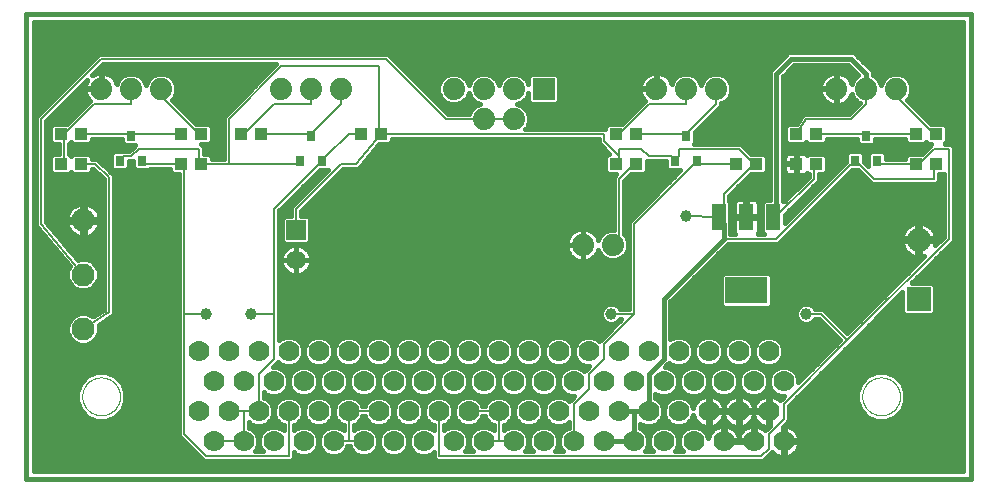
<source format=gtl>
G75*
%MOIN*%
%OFA0B0*%
%FSLAX25Y25*%
%IPPOS*%
%LPD*%
%AMOC8*
5,1,8,0,0,1.08239X$1,22.5*
%
%ADD10C,0.00000*%
%ADD11C,0.01600*%
%ADD12R,0.03150X0.03543*%
%ADD13R,0.04331X0.03937*%
%ADD14C,0.07400*%
%ADD15R,0.04799X0.08799*%
%ADD16R,0.14173X0.08661*%
%ADD17C,0.06500*%
%ADD18R,0.06500X0.06500*%
%ADD19R,0.07400X0.07400*%
%ADD20R,0.08000X0.08000*%
%ADD21C,0.08000*%
%ADD22C,0.07677*%
%ADD23C,0.07000*%
%ADD24C,0.03937*%
%ADD25C,0.00600*%
%ADD26C,0.01200*%
D10*
X0020501Y0029300D02*
X0020503Y0029458D01*
X0020509Y0029616D01*
X0020519Y0029774D01*
X0020533Y0029932D01*
X0020551Y0030089D01*
X0020572Y0030246D01*
X0020598Y0030402D01*
X0020628Y0030558D01*
X0020661Y0030713D01*
X0020699Y0030866D01*
X0020740Y0031019D01*
X0020785Y0031171D01*
X0020834Y0031322D01*
X0020887Y0031471D01*
X0020943Y0031619D01*
X0021003Y0031765D01*
X0021067Y0031910D01*
X0021135Y0032053D01*
X0021206Y0032195D01*
X0021280Y0032335D01*
X0021358Y0032472D01*
X0021440Y0032608D01*
X0021524Y0032742D01*
X0021613Y0032873D01*
X0021704Y0033002D01*
X0021799Y0033129D01*
X0021896Y0033254D01*
X0021997Y0033376D01*
X0022101Y0033495D01*
X0022208Y0033612D01*
X0022318Y0033726D01*
X0022431Y0033837D01*
X0022546Y0033946D01*
X0022664Y0034051D01*
X0022785Y0034153D01*
X0022908Y0034253D01*
X0023034Y0034349D01*
X0023162Y0034442D01*
X0023292Y0034532D01*
X0023425Y0034618D01*
X0023560Y0034702D01*
X0023696Y0034781D01*
X0023835Y0034858D01*
X0023976Y0034930D01*
X0024118Y0035000D01*
X0024262Y0035065D01*
X0024408Y0035127D01*
X0024555Y0035185D01*
X0024704Y0035240D01*
X0024854Y0035291D01*
X0025005Y0035338D01*
X0025157Y0035381D01*
X0025310Y0035420D01*
X0025465Y0035456D01*
X0025620Y0035487D01*
X0025776Y0035515D01*
X0025932Y0035539D01*
X0026089Y0035559D01*
X0026247Y0035575D01*
X0026404Y0035587D01*
X0026563Y0035595D01*
X0026721Y0035599D01*
X0026879Y0035599D01*
X0027037Y0035595D01*
X0027196Y0035587D01*
X0027353Y0035575D01*
X0027511Y0035559D01*
X0027668Y0035539D01*
X0027824Y0035515D01*
X0027980Y0035487D01*
X0028135Y0035456D01*
X0028290Y0035420D01*
X0028443Y0035381D01*
X0028595Y0035338D01*
X0028746Y0035291D01*
X0028896Y0035240D01*
X0029045Y0035185D01*
X0029192Y0035127D01*
X0029338Y0035065D01*
X0029482Y0035000D01*
X0029624Y0034930D01*
X0029765Y0034858D01*
X0029904Y0034781D01*
X0030040Y0034702D01*
X0030175Y0034618D01*
X0030308Y0034532D01*
X0030438Y0034442D01*
X0030566Y0034349D01*
X0030692Y0034253D01*
X0030815Y0034153D01*
X0030936Y0034051D01*
X0031054Y0033946D01*
X0031169Y0033837D01*
X0031282Y0033726D01*
X0031392Y0033612D01*
X0031499Y0033495D01*
X0031603Y0033376D01*
X0031704Y0033254D01*
X0031801Y0033129D01*
X0031896Y0033002D01*
X0031987Y0032873D01*
X0032076Y0032742D01*
X0032160Y0032608D01*
X0032242Y0032472D01*
X0032320Y0032335D01*
X0032394Y0032195D01*
X0032465Y0032053D01*
X0032533Y0031910D01*
X0032597Y0031765D01*
X0032657Y0031619D01*
X0032713Y0031471D01*
X0032766Y0031322D01*
X0032815Y0031171D01*
X0032860Y0031019D01*
X0032901Y0030866D01*
X0032939Y0030713D01*
X0032972Y0030558D01*
X0033002Y0030402D01*
X0033028Y0030246D01*
X0033049Y0030089D01*
X0033067Y0029932D01*
X0033081Y0029774D01*
X0033091Y0029616D01*
X0033097Y0029458D01*
X0033099Y0029300D01*
X0033097Y0029142D01*
X0033091Y0028984D01*
X0033081Y0028826D01*
X0033067Y0028668D01*
X0033049Y0028511D01*
X0033028Y0028354D01*
X0033002Y0028198D01*
X0032972Y0028042D01*
X0032939Y0027887D01*
X0032901Y0027734D01*
X0032860Y0027581D01*
X0032815Y0027429D01*
X0032766Y0027278D01*
X0032713Y0027129D01*
X0032657Y0026981D01*
X0032597Y0026835D01*
X0032533Y0026690D01*
X0032465Y0026547D01*
X0032394Y0026405D01*
X0032320Y0026265D01*
X0032242Y0026128D01*
X0032160Y0025992D01*
X0032076Y0025858D01*
X0031987Y0025727D01*
X0031896Y0025598D01*
X0031801Y0025471D01*
X0031704Y0025346D01*
X0031603Y0025224D01*
X0031499Y0025105D01*
X0031392Y0024988D01*
X0031282Y0024874D01*
X0031169Y0024763D01*
X0031054Y0024654D01*
X0030936Y0024549D01*
X0030815Y0024447D01*
X0030692Y0024347D01*
X0030566Y0024251D01*
X0030438Y0024158D01*
X0030308Y0024068D01*
X0030175Y0023982D01*
X0030040Y0023898D01*
X0029904Y0023819D01*
X0029765Y0023742D01*
X0029624Y0023670D01*
X0029482Y0023600D01*
X0029338Y0023535D01*
X0029192Y0023473D01*
X0029045Y0023415D01*
X0028896Y0023360D01*
X0028746Y0023309D01*
X0028595Y0023262D01*
X0028443Y0023219D01*
X0028290Y0023180D01*
X0028135Y0023144D01*
X0027980Y0023113D01*
X0027824Y0023085D01*
X0027668Y0023061D01*
X0027511Y0023041D01*
X0027353Y0023025D01*
X0027196Y0023013D01*
X0027037Y0023005D01*
X0026879Y0023001D01*
X0026721Y0023001D01*
X0026563Y0023005D01*
X0026404Y0023013D01*
X0026247Y0023025D01*
X0026089Y0023041D01*
X0025932Y0023061D01*
X0025776Y0023085D01*
X0025620Y0023113D01*
X0025465Y0023144D01*
X0025310Y0023180D01*
X0025157Y0023219D01*
X0025005Y0023262D01*
X0024854Y0023309D01*
X0024704Y0023360D01*
X0024555Y0023415D01*
X0024408Y0023473D01*
X0024262Y0023535D01*
X0024118Y0023600D01*
X0023976Y0023670D01*
X0023835Y0023742D01*
X0023696Y0023819D01*
X0023560Y0023898D01*
X0023425Y0023982D01*
X0023292Y0024068D01*
X0023162Y0024158D01*
X0023034Y0024251D01*
X0022908Y0024347D01*
X0022785Y0024447D01*
X0022664Y0024549D01*
X0022546Y0024654D01*
X0022431Y0024763D01*
X0022318Y0024874D01*
X0022208Y0024988D01*
X0022101Y0025105D01*
X0021997Y0025224D01*
X0021896Y0025346D01*
X0021799Y0025471D01*
X0021704Y0025598D01*
X0021613Y0025727D01*
X0021524Y0025858D01*
X0021440Y0025992D01*
X0021358Y0026128D01*
X0021280Y0026265D01*
X0021206Y0026405D01*
X0021135Y0026547D01*
X0021067Y0026690D01*
X0021003Y0026835D01*
X0020943Y0026981D01*
X0020887Y0027129D01*
X0020834Y0027278D01*
X0020785Y0027429D01*
X0020740Y0027581D01*
X0020699Y0027734D01*
X0020661Y0027887D01*
X0020628Y0028042D01*
X0020598Y0028198D01*
X0020572Y0028354D01*
X0020551Y0028511D01*
X0020533Y0028668D01*
X0020519Y0028826D01*
X0020509Y0028984D01*
X0020503Y0029142D01*
X0020501Y0029300D01*
X0280501Y0029300D02*
X0280503Y0029458D01*
X0280509Y0029616D01*
X0280519Y0029774D01*
X0280533Y0029932D01*
X0280551Y0030089D01*
X0280572Y0030246D01*
X0280598Y0030402D01*
X0280628Y0030558D01*
X0280661Y0030713D01*
X0280699Y0030866D01*
X0280740Y0031019D01*
X0280785Y0031171D01*
X0280834Y0031322D01*
X0280887Y0031471D01*
X0280943Y0031619D01*
X0281003Y0031765D01*
X0281067Y0031910D01*
X0281135Y0032053D01*
X0281206Y0032195D01*
X0281280Y0032335D01*
X0281358Y0032472D01*
X0281440Y0032608D01*
X0281524Y0032742D01*
X0281613Y0032873D01*
X0281704Y0033002D01*
X0281799Y0033129D01*
X0281896Y0033254D01*
X0281997Y0033376D01*
X0282101Y0033495D01*
X0282208Y0033612D01*
X0282318Y0033726D01*
X0282431Y0033837D01*
X0282546Y0033946D01*
X0282664Y0034051D01*
X0282785Y0034153D01*
X0282908Y0034253D01*
X0283034Y0034349D01*
X0283162Y0034442D01*
X0283292Y0034532D01*
X0283425Y0034618D01*
X0283560Y0034702D01*
X0283696Y0034781D01*
X0283835Y0034858D01*
X0283976Y0034930D01*
X0284118Y0035000D01*
X0284262Y0035065D01*
X0284408Y0035127D01*
X0284555Y0035185D01*
X0284704Y0035240D01*
X0284854Y0035291D01*
X0285005Y0035338D01*
X0285157Y0035381D01*
X0285310Y0035420D01*
X0285465Y0035456D01*
X0285620Y0035487D01*
X0285776Y0035515D01*
X0285932Y0035539D01*
X0286089Y0035559D01*
X0286247Y0035575D01*
X0286404Y0035587D01*
X0286563Y0035595D01*
X0286721Y0035599D01*
X0286879Y0035599D01*
X0287037Y0035595D01*
X0287196Y0035587D01*
X0287353Y0035575D01*
X0287511Y0035559D01*
X0287668Y0035539D01*
X0287824Y0035515D01*
X0287980Y0035487D01*
X0288135Y0035456D01*
X0288290Y0035420D01*
X0288443Y0035381D01*
X0288595Y0035338D01*
X0288746Y0035291D01*
X0288896Y0035240D01*
X0289045Y0035185D01*
X0289192Y0035127D01*
X0289338Y0035065D01*
X0289482Y0035000D01*
X0289624Y0034930D01*
X0289765Y0034858D01*
X0289904Y0034781D01*
X0290040Y0034702D01*
X0290175Y0034618D01*
X0290308Y0034532D01*
X0290438Y0034442D01*
X0290566Y0034349D01*
X0290692Y0034253D01*
X0290815Y0034153D01*
X0290936Y0034051D01*
X0291054Y0033946D01*
X0291169Y0033837D01*
X0291282Y0033726D01*
X0291392Y0033612D01*
X0291499Y0033495D01*
X0291603Y0033376D01*
X0291704Y0033254D01*
X0291801Y0033129D01*
X0291896Y0033002D01*
X0291987Y0032873D01*
X0292076Y0032742D01*
X0292160Y0032608D01*
X0292242Y0032472D01*
X0292320Y0032335D01*
X0292394Y0032195D01*
X0292465Y0032053D01*
X0292533Y0031910D01*
X0292597Y0031765D01*
X0292657Y0031619D01*
X0292713Y0031471D01*
X0292766Y0031322D01*
X0292815Y0031171D01*
X0292860Y0031019D01*
X0292901Y0030866D01*
X0292939Y0030713D01*
X0292972Y0030558D01*
X0293002Y0030402D01*
X0293028Y0030246D01*
X0293049Y0030089D01*
X0293067Y0029932D01*
X0293081Y0029774D01*
X0293091Y0029616D01*
X0293097Y0029458D01*
X0293099Y0029300D01*
X0293097Y0029142D01*
X0293091Y0028984D01*
X0293081Y0028826D01*
X0293067Y0028668D01*
X0293049Y0028511D01*
X0293028Y0028354D01*
X0293002Y0028198D01*
X0292972Y0028042D01*
X0292939Y0027887D01*
X0292901Y0027734D01*
X0292860Y0027581D01*
X0292815Y0027429D01*
X0292766Y0027278D01*
X0292713Y0027129D01*
X0292657Y0026981D01*
X0292597Y0026835D01*
X0292533Y0026690D01*
X0292465Y0026547D01*
X0292394Y0026405D01*
X0292320Y0026265D01*
X0292242Y0026128D01*
X0292160Y0025992D01*
X0292076Y0025858D01*
X0291987Y0025727D01*
X0291896Y0025598D01*
X0291801Y0025471D01*
X0291704Y0025346D01*
X0291603Y0025224D01*
X0291499Y0025105D01*
X0291392Y0024988D01*
X0291282Y0024874D01*
X0291169Y0024763D01*
X0291054Y0024654D01*
X0290936Y0024549D01*
X0290815Y0024447D01*
X0290692Y0024347D01*
X0290566Y0024251D01*
X0290438Y0024158D01*
X0290308Y0024068D01*
X0290175Y0023982D01*
X0290040Y0023898D01*
X0289904Y0023819D01*
X0289765Y0023742D01*
X0289624Y0023670D01*
X0289482Y0023600D01*
X0289338Y0023535D01*
X0289192Y0023473D01*
X0289045Y0023415D01*
X0288896Y0023360D01*
X0288746Y0023309D01*
X0288595Y0023262D01*
X0288443Y0023219D01*
X0288290Y0023180D01*
X0288135Y0023144D01*
X0287980Y0023113D01*
X0287824Y0023085D01*
X0287668Y0023061D01*
X0287511Y0023041D01*
X0287353Y0023025D01*
X0287196Y0023013D01*
X0287037Y0023005D01*
X0286879Y0023001D01*
X0286721Y0023001D01*
X0286563Y0023005D01*
X0286404Y0023013D01*
X0286247Y0023025D01*
X0286089Y0023041D01*
X0285932Y0023061D01*
X0285776Y0023085D01*
X0285620Y0023113D01*
X0285465Y0023144D01*
X0285310Y0023180D01*
X0285157Y0023219D01*
X0285005Y0023262D01*
X0284854Y0023309D01*
X0284704Y0023360D01*
X0284555Y0023415D01*
X0284408Y0023473D01*
X0284262Y0023535D01*
X0284118Y0023600D01*
X0283976Y0023670D01*
X0283835Y0023742D01*
X0283696Y0023819D01*
X0283560Y0023898D01*
X0283425Y0023982D01*
X0283292Y0024068D01*
X0283162Y0024158D01*
X0283034Y0024251D01*
X0282908Y0024347D01*
X0282785Y0024447D01*
X0282664Y0024549D01*
X0282546Y0024654D01*
X0282431Y0024763D01*
X0282318Y0024874D01*
X0282208Y0024988D01*
X0282101Y0025105D01*
X0281997Y0025224D01*
X0281896Y0025346D01*
X0281799Y0025471D01*
X0281704Y0025598D01*
X0281613Y0025727D01*
X0281524Y0025858D01*
X0281440Y0025992D01*
X0281358Y0026128D01*
X0281280Y0026265D01*
X0281206Y0026405D01*
X0281135Y0026547D01*
X0281067Y0026690D01*
X0281003Y0026835D01*
X0280943Y0026981D01*
X0280887Y0027129D01*
X0280834Y0027278D01*
X0280785Y0027429D01*
X0280740Y0027581D01*
X0280699Y0027734D01*
X0280661Y0027887D01*
X0280628Y0028042D01*
X0280598Y0028198D01*
X0280572Y0028354D01*
X0280551Y0028511D01*
X0280533Y0028668D01*
X0280519Y0028826D01*
X0280509Y0028984D01*
X0280503Y0029142D01*
X0280501Y0029300D01*
D11*
X0001800Y0001800D02*
X0001800Y0156800D01*
X0316800Y0156800D01*
X0316800Y0001800D01*
X0001800Y0001800D01*
X0004400Y0004400D02*
X0004400Y0154200D01*
X0314200Y0154200D01*
X0314200Y0004400D01*
X0004400Y0004400D01*
X0004400Y0004997D02*
X0314200Y0004997D01*
X0314200Y0006596D02*
X0004400Y0006596D01*
X0004400Y0008194D02*
X0060502Y0008194D01*
X0060100Y0008596D02*
X0061096Y0007600D01*
X0090004Y0007600D01*
X0091000Y0008596D01*
X0091000Y0010670D01*
X0091524Y0010146D01*
X0093325Y0009400D01*
X0095275Y0009400D01*
X0097076Y0010146D01*
X0098454Y0011524D01*
X0099200Y0013325D01*
X0099200Y0015275D01*
X0098454Y0017076D01*
X0097076Y0018454D01*
X0095275Y0019200D01*
X0093325Y0019200D01*
X0091524Y0018454D01*
X0091000Y0017930D01*
X0091000Y0019700D01*
X0092076Y0020146D01*
X0093454Y0021524D01*
X0094200Y0023325D01*
X0094200Y0025275D01*
X0093454Y0027076D01*
X0092076Y0028454D01*
X0090275Y0029200D01*
X0088325Y0029200D01*
X0086524Y0028454D01*
X0085146Y0027076D01*
X0084400Y0025275D01*
X0084400Y0023325D01*
X0085146Y0021524D01*
X0086524Y0020146D01*
X0087600Y0019700D01*
X0087600Y0017930D01*
X0087076Y0018454D01*
X0085275Y0019200D01*
X0083325Y0019200D01*
X0081524Y0018454D01*
X0080146Y0017076D01*
X0079400Y0015275D01*
X0079400Y0013325D01*
X0080146Y0011524D01*
X0080670Y0011000D01*
X0077930Y0011000D01*
X0078454Y0011524D01*
X0079200Y0013325D01*
X0079200Y0015275D01*
X0078454Y0017076D01*
X0077076Y0018454D01*
X0076000Y0018900D01*
X0076000Y0020670D01*
X0076524Y0020146D01*
X0078325Y0019400D01*
X0080275Y0019400D01*
X0082076Y0020146D01*
X0083454Y0021524D01*
X0084200Y0023325D01*
X0084200Y0025275D01*
X0083454Y0027076D01*
X0082076Y0028454D01*
X0081000Y0028900D01*
X0081000Y0030670D01*
X0081524Y0030146D01*
X0083325Y0029400D01*
X0085275Y0029400D01*
X0087076Y0030146D01*
X0088454Y0031524D01*
X0089200Y0033325D01*
X0089200Y0035275D01*
X0088454Y0037076D01*
X0087076Y0038454D01*
X0085275Y0039200D01*
X0084104Y0039200D01*
X0085787Y0040883D01*
X0086524Y0040146D01*
X0088325Y0039400D01*
X0090275Y0039400D01*
X0092076Y0040146D01*
X0093454Y0041524D01*
X0094200Y0043325D01*
X0094200Y0045275D01*
X0093454Y0047076D01*
X0092076Y0048454D01*
X0090275Y0049200D01*
X0088325Y0049200D01*
X0086524Y0048454D01*
X0086000Y0047930D01*
X0086000Y0091096D01*
X0099595Y0104691D01*
X0102287Y0104691D01*
X0091096Y0093500D01*
X0090100Y0092504D01*
X0090100Y0089450D01*
X0087970Y0089450D01*
X0087150Y0088630D01*
X0087150Y0080970D01*
X0087970Y0080150D01*
X0095630Y0080150D01*
X0096450Y0080970D01*
X0096450Y0088630D01*
X0095630Y0089450D01*
X0093500Y0089450D01*
X0093500Y0091096D01*
X0107504Y0105100D01*
X0111184Y0105100D01*
X0111251Y0105044D01*
X0111876Y0105100D01*
X0112504Y0105100D01*
X0112566Y0105162D01*
X0112654Y0105170D01*
X0113056Y0105652D01*
X0113500Y0106096D01*
X0113500Y0106184D01*
X0119549Y0113431D01*
X0122892Y0113431D01*
X0123712Y0114252D01*
X0123712Y0115100D01*
X0192600Y0115100D01*
X0192600Y0113596D01*
X0196027Y0110168D01*
X0195708Y0110168D01*
X0194888Y0109348D01*
X0194888Y0104252D01*
X0195708Y0103431D01*
X0198527Y0103431D01*
X0197600Y0102504D01*
X0197600Y0084900D01*
X0196286Y0084900D01*
X0194411Y0084124D01*
X0192976Y0082689D01*
X0192510Y0081563D01*
X0192397Y0081911D01*
X0192004Y0082683D01*
X0191495Y0083383D01*
X0190883Y0083995D01*
X0190183Y0084504D01*
X0189411Y0084897D01*
X0188588Y0085165D01*
X0187733Y0085300D01*
X0187300Y0085300D01*
X0187300Y0079800D01*
X0187300Y0079800D01*
X0187300Y0074300D01*
X0187733Y0074300D01*
X0188588Y0074435D01*
X0189411Y0074703D01*
X0190183Y0075096D01*
X0190883Y0075605D01*
X0191495Y0076217D01*
X0192004Y0076917D01*
X0192397Y0077689D01*
X0192510Y0078037D01*
X0192976Y0076911D01*
X0194411Y0075476D01*
X0196286Y0074700D01*
X0198314Y0074700D01*
X0200189Y0075476D01*
X0201624Y0076911D01*
X0202400Y0078786D01*
X0202400Y0080814D01*
X0201624Y0082689D01*
X0201000Y0083312D01*
X0201000Y0101096D01*
X0203336Y0103431D01*
X0207892Y0103431D01*
X0208712Y0104252D01*
X0208712Y0107600D01*
X0215085Y0107600D01*
X0215085Y0105511D01*
X0215905Y0104691D01*
X0219787Y0104691D01*
X0203596Y0088500D01*
X0202600Y0087504D01*
X0202600Y0058500D01*
X0199742Y0058500D01*
X0199656Y0058708D01*
X0198708Y0059656D01*
X0197470Y0060168D01*
X0196130Y0060168D01*
X0194892Y0059656D01*
X0193944Y0058708D01*
X0193431Y0057470D01*
X0193431Y0056130D01*
X0193944Y0054892D01*
X0194892Y0053944D01*
X0196130Y0053431D01*
X0197470Y0053431D01*
X0198708Y0053944D01*
X0199656Y0054892D01*
X0199742Y0055100D01*
X0200196Y0055100D01*
X0193596Y0048500D01*
X0192813Y0047717D01*
X0192076Y0048454D01*
X0190275Y0049200D01*
X0188325Y0049200D01*
X0186524Y0048454D01*
X0185146Y0047076D01*
X0184400Y0045275D01*
X0184400Y0043325D01*
X0185146Y0041524D01*
X0186524Y0040146D01*
X0188325Y0039400D01*
X0189496Y0039400D01*
X0188596Y0038500D01*
X0187813Y0037717D01*
X0187076Y0038454D01*
X0185275Y0039200D01*
X0183325Y0039200D01*
X0181524Y0038454D01*
X0180146Y0037076D01*
X0179400Y0035275D01*
X0179400Y0033325D01*
X0180146Y0031524D01*
X0181524Y0030146D01*
X0183325Y0029400D01*
X0184496Y0029400D01*
X0183596Y0028500D01*
X0182813Y0027717D01*
X0182076Y0028454D01*
X0180275Y0029200D01*
X0178325Y0029200D01*
X0176524Y0028454D01*
X0175146Y0027076D01*
X0174400Y0025275D01*
X0174400Y0023325D01*
X0175146Y0021524D01*
X0176524Y0020146D01*
X0178325Y0019400D01*
X0180275Y0019400D01*
X0182076Y0020146D01*
X0182600Y0020670D01*
X0182600Y0018900D01*
X0181524Y0018454D01*
X0180146Y0017076D01*
X0179400Y0015275D01*
X0179400Y0013325D01*
X0180146Y0011524D01*
X0180670Y0011000D01*
X0177930Y0011000D01*
X0178454Y0011524D01*
X0179200Y0013325D01*
X0179200Y0015275D01*
X0178454Y0017076D01*
X0177076Y0018454D01*
X0175275Y0019200D01*
X0173325Y0019200D01*
X0171524Y0018454D01*
X0170146Y0017076D01*
X0169400Y0015275D01*
X0169400Y0013325D01*
X0170146Y0011524D01*
X0170670Y0011000D01*
X0167930Y0011000D01*
X0168454Y0011524D01*
X0169200Y0013325D01*
X0169200Y0015275D01*
X0168454Y0017076D01*
X0167076Y0018454D01*
X0165275Y0019200D01*
X0163325Y0019200D01*
X0161524Y0018454D01*
X0161000Y0017930D01*
X0161000Y0019700D01*
X0162076Y0020146D01*
X0163454Y0021524D01*
X0164200Y0023325D01*
X0164200Y0025275D01*
X0163454Y0027076D01*
X0162076Y0028454D01*
X0160275Y0029200D01*
X0158325Y0029200D01*
X0156524Y0028454D01*
X0155146Y0027076D01*
X0154700Y0026000D01*
X0153900Y0026000D01*
X0153454Y0027076D01*
X0152076Y0028454D01*
X0150275Y0029200D01*
X0148325Y0029200D01*
X0146524Y0028454D01*
X0145146Y0027076D01*
X0144400Y0025275D01*
X0144400Y0023325D01*
X0145146Y0021524D01*
X0146524Y0020146D01*
X0148325Y0019400D01*
X0150275Y0019400D01*
X0152076Y0020146D01*
X0153454Y0021524D01*
X0153900Y0022600D01*
X0154700Y0022600D01*
X0155146Y0021524D01*
X0156524Y0020146D01*
X0157600Y0019700D01*
X0157600Y0017930D01*
X0157076Y0018454D01*
X0155275Y0019200D01*
X0153325Y0019200D01*
X0151524Y0018454D01*
X0150146Y0017076D01*
X0149400Y0015275D01*
X0149400Y0013325D01*
X0150146Y0011524D01*
X0150670Y0011000D01*
X0147930Y0011000D01*
X0148454Y0011524D01*
X0149200Y0013325D01*
X0149200Y0015275D01*
X0148454Y0017076D01*
X0147076Y0018454D01*
X0145275Y0019200D01*
X0143325Y0019200D01*
X0141524Y0018454D01*
X0141000Y0017930D01*
X0141000Y0019700D01*
X0142076Y0020146D01*
X0143454Y0021524D01*
X0144200Y0023325D01*
X0144200Y0025275D01*
X0143454Y0027076D01*
X0142076Y0028454D01*
X0140275Y0029200D01*
X0138325Y0029200D01*
X0136524Y0028454D01*
X0135146Y0027076D01*
X0134400Y0025275D01*
X0134400Y0023325D01*
X0135146Y0021524D01*
X0136524Y0020146D01*
X0137600Y0019700D01*
X0137600Y0017930D01*
X0137076Y0018454D01*
X0135275Y0019200D01*
X0133325Y0019200D01*
X0131524Y0018454D01*
X0130146Y0017076D01*
X0129400Y0015275D01*
X0129400Y0013325D01*
X0130146Y0011524D01*
X0131524Y0010146D01*
X0133325Y0009400D01*
X0135275Y0009400D01*
X0137076Y0010146D01*
X0137600Y0010670D01*
X0137600Y0008596D01*
X0138596Y0007600D01*
X0247504Y0007600D01*
X0248500Y0008596D01*
X0250504Y0010600D01*
X0250847Y0010257D01*
X0251522Y0009767D01*
X0252266Y0009388D01*
X0253059Y0009130D01*
X0253883Y0009000D01*
X0254017Y0009000D01*
X0254017Y0014017D01*
X0254583Y0014017D01*
X0254583Y0014583D01*
X0254017Y0014583D01*
X0254017Y0019113D01*
X0256000Y0021096D01*
X0256000Y0026096D01*
X0276254Y0046350D01*
X0277250Y0047346D01*
X0293900Y0063996D01*
X0293900Y0057220D01*
X0294720Y0056400D01*
X0303880Y0056400D01*
X0304700Y0057220D01*
X0304700Y0066380D01*
X0303880Y0067200D01*
X0297104Y0067200D01*
X0311000Y0081096D01*
X0311000Y0112504D01*
X0310004Y0113500D01*
X0307960Y0113500D01*
X0308712Y0114252D01*
X0308712Y0119348D01*
X0307892Y0120168D01*
X0303336Y0120168D01*
X0295358Y0128146D01*
X0296124Y0128911D01*
X0296900Y0130786D01*
X0296900Y0132814D01*
X0296124Y0134689D01*
X0294689Y0136124D01*
X0292814Y0136900D01*
X0290786Y0136900D01*
X0288911Y0136124D01*
X0287476Y0134689D01*
X0286800Y0133056D01*
X0286124Y0134689D01*
X0284689Y0136124D01*
X0284000Y0136409D01*
X0284000Y0137711D01*
X0282711Y0139000D01*
X0277711Y0144000D01*
X0255889Y0144000D01*
X0254600Y0142711D01*
X0249600Y0137711D01*
X0249600Y0094800D01*
X0247919Y0094800D01*
X0247099Y0093980D01*
X0247099Y0084021D01*
X0247620Y0083500D01*
X0245642Y0083500D01*
X0245877Y0083906D01*
X0246000Y0084364D01*
X0246000Y0088601D01*
X0242200Y0088601D01*
X0242200Y0089401D01*
X0241400Y0089401D01*
X0241400Y0095200D01*
X0239163Y0095200D01*
X0238706Y0095078D01*
X0238295Y0094841D01*
X0237960Y0094506D01*
X0237723Y0094095D01*
X0237600Y0093637D01*
X0237600Y0089401D01*
X0241400Y0089401D01*
X0241400Y0088601D01*
X0237600Y0088601D01*
X0237600Y0084364D01*
X0237723Y0083906D01*
X0237958Y0083500D01*
X0236500Y0083500D01*
X0236500Y0084020D01*
X0236501Y0084021D01*
X0236501Y0093980D01*
X0236000Y0094481D01*
X0236000Y0096096D01*
X0243336Y0103431D01*
X0247892Y0103431D01*
X0248712Y0104252D01*
X0248712Y0109348D01*
X0247892Y0110168D01*
X0243336Y0110168D01*
X0241000Y0112504D01*
X0240004Y0113500D01*
X0224496Y0113500D01*
X0224775Y0113779D01*
X0224775Y0117371D01*
X0232504Y0125100D01*
X0233500Y0126096D01*
X0233500Y0126984D01*
X0234689Y0127476D01*
X0236124Y0128911D01*
X0236900Y0130786D01*
X0236900Y0132814D01*
X0236124Y0134689D01*
X0234689Y0136124D01*
X0232814Y0136900D01*
X0230786Y0136900D01*
X0228911Y0136124D01*
X0227476Y0134689D01*
X0226800Y0133056D01*
X0226124Y0134689D01*
X0224689Y0136124D01*
X0222814Y0136900D01*
X0220786Y0136900D01*
X0218911Y0136124D01*
X0217476Y0134689D01*
X0217010Y0133563D01*
X0216897Y0133911D01*
X0216504Y0134683D01*
X0215995Y0135383D01*
X0215383Y0135995D01*
X0214683Y0136504D01*
X0213911Y0136897D01*
X0213088Y0137165D01*
X0212233Y0137300D01*
X0212000Y0137300D01*
X0212000Y0132000D01*
X0211600Y0132000D01*
X0211600Y0137300D01*
X0211367Y0137300D01*
X0210512Y0137165D01*
X0209689Y0136897D01*
X0208917Y0136504D01*
X0208217Y0135995D01*
X0207605Y0135383D01*
X0207096Y0134683D01*
X0206703Y0133911D01*
X0206435Y0133088D01*
X0206300Y0132233D01*
X0206300Y0132000D01*
X0211600Y0132000D01*
X0211600Y0131600D01*
X0206300Y0131600D01*
X0206300Y0131367D01*
X0206435Y0130512D01*
X0206703Y0129689D01*
X0207096Y0128917D01*
X0207605Y0128217D01*
X0207959Y0127863D01*
X0207600Y0127504D01*
X0200264Y0120168D01*
X0195708Y0120168D01*
X0194888Y0119348D01*
X0194888Y0118500D01*
X0168212Y0118500D01*
X0168624Y0118911D01*
X0169400Y0120786D01*
X0169400Y0122814D01*
X0168624Y0124689D01*
X0167189Y0126124D01*
X0165556Y0126800D01*
X0167189Y0127476D01*
X0168624Y0128911D01*
X0169200Y0130303D01*
X0169200Y0127520D01*
X0170020Y0126700D01*
X0178580Y0126700D01*
X0179400Y0127520D01*
X0179400Y0136080D01*
X0178580Y0136900D01*
X0170020Y0136900D01*
X0169200Y0136080D01*
X0169200Y0133297D01*
X0168624Y0134689D01*
X0167189Y0136124D01*
X0165314Y0136900D01*
X0163286Y0136900D01*
X0161411Y0136124D01*
X0159976Y0134689D01*
X0159300Y0133056D01*
X0158624Y0134689D01*
X0157189Y0136124D01*
X0155314Y0136900D01*
X0153286Y0136900D01*
X0151411Y0136124D01*
X0149976Y0134689D01*
X0149300Y0133056D01*
X0148624Y0134689D01*
X0147189Y0136124D01*
X0145314Y0136900D01*
X0143286Y0136900D01*
X0141411Y0136124D01*
X0139976Y0134689D01*
X0139200Y0132814D01*
X0139200Y0130786D01*
X0139976Y0128911D01*
X0141411Y0127476D01*
X0143286Y0126700D01*
X0145314Y0126700D01*
X0147189Y0127476D01*
X0148624Y0128911D01*
X0149300Y0130544D01*
X0149976Y0128911D01*
X0151411Y0127476D01*
X0153044Y0126800D01*
X0151411Y0126124D01*
X0149976Y0124689D01*
X0149484Y0123500D01*
X0142504Y0123500D01*
X0123500Y0142504D01*
X0122504Y0143500D01*
X0026096Y0143500D01*
X0006096Y0123500D01*
X0005100Y0122504D01*
X0005100Y0086879D01*
X0005042Y0086257D01*
X0005100Y0086187D01*
X0005100Y0086096D01*
X0005542Y0085654D01*
X0016283Y0072695D01*
X0015561Y0070952D01*
X0015561Y0068868D01*
X0016359Y0066943D01*
X0017833Y0065469D01*
X0019758Y0064672D01*
X0021842Y0064672D01*
X0023767Y0065469D01*
X0025241Y0066943D01*
X0026039Y0068868D01*
X0026039Y0070952D01*
X0025241Y0072878D01*
X0023767Y0074351D01*
X0021842Y0075149D01*
X0019758Y0075149D01*
X0018945Y0074812D01*
X0008500Y0087413D01*
X0008500Y0121096D01*
X0022120Y0134716D01*
X0022096Y0134683D01*
X0021703Y0133911D01*
X0021435Y0133088D01*
X0021300Y0132233D01*
X0021300Y0132000D01*
X0026600Y0132000D01*
X0026600Y0137300D01*
X0026367Y0137300D01*
X0025512Y0137165D01*
X0024689Y0136897D01*
X0023917Y0136504D01*
X0023884Y0136480D01*
X0027504Y0140100D01*
X0085196Y0140100D01*
X0085100Y0140004D01*
X0067600Y0122504D01*
X0067600Y0108500D01*
X0063712Y0108500D01*
X0063712Y0109348D01*
X0062892Y0110168D01*
X0061000Y0110168D01*
X0061000Y0112504D01*
X0060073Y0113431D01*
X0062892Y0113431D01*
X0063712Y0114252D01*
X0063712Y0119348D01*
X0062892Y0120168D01*
X0058336Y0120168D01*
X0050358Y0128146D01*
X0051124Y0128911D01*
X0051900Y0130786D01*
X0051900Y0132814D01*
X0051124Y0134689D01*
X0049689Y0136124D01*
X0047814Y0136900D01*
X0045786Y0136900D01*
X0043911Y0136124D01*
X0042476Y0134689D01*
X0041800Y0133056D01*
X0041124Y0134689D01*
X0039689Y0136124D01*
X0037814Y0136900D01*
X0035786Y0136900D01*
X0033911Y0136124D01*
X0032476Y0134689D01*
X0032010Y0133563D01*
X0031897Y0133911D01*
X0031504Y0134683D01*
X0030995Y0135383D01*
X0030383Y0135995D01*
X0029683Y0136504D01*
X0028911Y0136897D01*
X0028088Y0137165D01*
X0027233Y0137300D01*
X0027000Y0137300D01*
X0027000Y0132000D01*
X0026600Y0132000D01*
X0026600Y0131600D01*
X0021300Y0131600D01*
X0021300Y0131367D01*
X0021435Y0130512D01*
X0021703Y0129689D01*
X0022096Y0128917D01*
X0022605Y0128217D01*
X0022959Y0127863D01*
X0022600Y0127504D01*
X0015264Y0120168D01*
X0010708Y0120168D01*
X0009888Y0119348D01*
X0009888Y0114252D01*
X0010708Y0113431D01*
X0012600Y0113431D01*
X0012600Y0110168D01*
X0010708Y0110168D01*
X0009888Y0109348D01*
X0009888Y0104252D01*
X0010708Y0103431D01*
X0016199Y0103431D01*
X0016800Y0104033D01*
X0017401Y0103431D01*
X0022892Y0103431D01*
X0023712Y0104252D01*
X0023712Y0105100D01*
X0024096Y0105100D01*
X0027600Y0101596D01*
X0027600Y0058225D01*
X0024069Y0055940D01*
X0023767Y0056241D01*
X0021842Y0057039D01*
X0019758Y0057039D01*
X0017833Y0056241D01*
X0016359Y0054767D01*
X0015561Y0052842D01*
X0015561Y0050758D01*
X0016359Y0048833D01*
X0017833Y0047359D01*
X0019758Y0046561D01*
X0021842Y0046561D01*
X0023767Y0047359D01*
X0025241Y0048833D01*
X0026039Y0050758D01*
X0026039Y0052842D01*
X0025933Y0053097D01*
X0029802Y0055600D01*
X0030004Y0055600D01*
X0030375Y0055971D01*
X0030815Y0056255D01*
X0030857Y0056453D01*
X0031000Y0056596D01*
X0031000Y0057120D01*
X0031110Y0057632D01*
X0031000Y0057802D01*
X0031000Y0103004D01*
X0030004Y0104000D01*
X0025504Y0108500D01*
X0023712Y0108500D01*
X0023712Y0109348D01*
X0022892Y0110168D01*
X0017401Y0110168D01*
X0016800Y0109567D01*
X0016199Y0110168D01*
X0016000Y0110168D01*
X0016000Y0113431D01*
X0016199Y0113431D01*
X0016800Y0114033D01*
X0017401Y0113431D01*
X0022892Y0113431D01*
X0023712Y0114252D01*
X0023712Y0115100D01*
X0033825Y0115100D01*
X0033825Y0113779D01*
X0034645Y0112959D01*
X0038055Y0112959D01*
X0037600Y0112504D01*
X0036096Y0111000D01*
X0035249Y0111000D01*
X0035215Y0111035D01*
X0034892Y0111035D01*
X0034878Y0111047D01*
X0034709Y0111035D01*
X0030905Y0111035D01*
X0030085Y0110215D01*
X0030085Y0105511D01*
X0030905Y0104691D01*
X0035215Y0104691D01*
X0036035Y0105511D01*
X0036035Y0107600D01*
X0037504Y0107600D01*
X0037565Y0107661D01*
X0037565Y0105511D01*
X0038385Y0104691D01*
X0042695Y0104691D01*
X0043104Y0105100D01*
X0049888Y0105100D01*
X0049888Y0104252D01*
X0050708Y0103431D01*
X0052600Y0103431D01*
X0052600Y0016096D01*
X0060100Y0008596D01*
X0058903Y0009793D02*
X0004400Y0009793D01*
X0004400Y0011391D02*
X0057305Y0011391D01*
X0055706Y0012990D02*
X0004400Y0012990D01*
X0004400Y0014588D02*
X0054108Y0014588D01*
X0052600Y0016187D02*
X0004400Y0016187D01*
X0004400Y0017785D02*
X0052600Y0017785D01*
X0052600Y0019384D02*
X0004400Y0019384D01*
X0004400Y0020982D02*
X0052600Y0020982D01*
X0052600Y0022581D02*
X0031535Y0022581D01*
X0031388Y0022434D02*
X0033666Y0024712D01*
X0034899Y0027689D01*
X0034899Y0030911D01*
X0033666Y0033888D01*
X0031388Y0036166D01*
X0028411Y0037399D01*
X0025189Y0037399D01*
X0022212Y0036166D01*
X0019934Y0033888D01*
X0018701Y0030911D01*
X0018701Y0027689D01*
X0019934Y0024712D01*
X0022212Y0022434D01*
X0025189Y0021201D01*
X0028411Y0021201D01*
X0031388Y0022434D01*
X0033133Y0024179D02*
X0052600Y0024179D01*
X0052600Y0025778D02*
X0034108Y0025778D01*
X0034770Y0027376D02*
X0052600Y0027376D01*
X0052600Y0028975D02*
X0034899Y0028975D01*
X0034899Y0030573D02*
X0052600Y0030573D01*
X0052600Y0032172D02*
X0034377Y0032172D01*
X0033715Y0033770D02*
X0052600Y0033770D01*
X0052600Y0035369D02*
X0032185Y0035369D01*
X0029454Y0036967D02*
X0052600Y0036967D01*
X0052600Y0038566D02*
X0004400Y0038566D01*
X0004400Y0040164D02*
X0052600Y0040164D01*
X0052600Y0041763D02*
X0004400Y0041763D01*
X0004400Y0043361D02*
X0052600Y0043361D01*
X0052600Y0044960D02*
X0004400Y0044960D01*
X0004400Y0046558D02*
X0052600Y0046558D01*
X0052600Y0048157D02*
X0024565Y0048157D01*
X0025623Y0049755D02*
X0052600Y0049755D01*
X0052600Y0051354D02*
X0026039Y0051354D01*
X0025993Y0052952D02*
X0052600Y0052952D01*
X0052600Y0054551D02*
X0028181Y0054551D01*
X0030651Y0056149D02*
X0052600Y0056149D01*
X0052600Y0057748D02*
X0031035Y0057748D01*
X0031000Y0059346D02*
X0052600Y0059346D01*
X0052600Y0060945D02*
X0031000Y0060945D01*
X0031000Y0062543D02*
X0052600Y0062543D01*
X0052600Y0064142D02*
X0031000Y0064142D01*
X0031000Y0065740D02*
X0052600Y0065740D01*
X0052600Y0067339D02*
X0031000Y0067339D01*
X0031000Y0068937D02*
X0052600Y0068937D01*
X0052600Y0070536D02*
X0031000Y0070536D01*
X0031000Y0072134D02*
X0052600Y0072134D01*
X0052600Y0073733D02*
X0031000Y0073733D01*
X0031000Y0075332D02*
X0052600Y0075332D01*
X0052600Y0076930D02*
X0031000Y0076930D01*
X0031000Y0078529D02*
X0052600Y0078529D01*
X0052600Y0080127D02*
X0031000Y0080127D01*
X0031000Y0081726D02*
X0052600Y0081726D01*
X0052600Y0083324D02*
X0031000Y0083324D01*
X0031000Y0084923D02*
X0052600Y0084923D01*
X0052600Y0086521D02*
X0031000Y0086521D01*
X0031000Y0088120D02*
X0052600Y0088120D01*
X0052600Y0089718D02*
X0031000Y0089718D01*
X0031000Y0091317D02*
X0052600Y0091317D01*
X0052600Y0092915D02*
X0031000Y0092915D01*
X0031000Y0094514D02*
X0052600Y0094514D01*
X0052600Y0096112D02*
X0031000Y0096112D01*
X0031000Y0097711D02*
X0052600Y0097711D01*
X0052600Y0099309D02*
X0031000Y0099309D01*
X0031000Y0100908D02*
X0052600Y0100908D01*
X0052600Y0102506D02*
X0031000Y0102506D01*
X0029899Y0104105D02*
X0050035Y0104105D01*
X0061000Y0110499D02*
X0067600Y0110499D01*
X0067600Y0112097D02*
X0061000Y0112097D01*
X0063156Y0113696D02*
X0067600Y0113696D01*
X0067600Y0115294D02*
X0063712Y0115294D01*
X0063712Y0116893D02*
X0067600Y0116893D01*
X0067600Y0118491D02*
X0063712Y0118491D01*
X0062970Y0120090D02*
X0067600Y0120090D01*
X0067600Y0121688D02*
X0056816Y0121688D01*
X0055217Y0123287D02*
X0068383Y0123287D01*
X0069981Y0124885D02*
X0053619Y0124885D01*
X0052020Y0126484D02*
X0071580Y0126484D01*
X0073178Y0128082D02*
X0050422Y0128082D01*
X0051442Y0129681D02*
X0074777Y0129681D01*
X0076375Y0131279D02*
X0051900Y0131279D01*
X0051874Y0132878D02*
X0077974Y0132878D01*
X0079572Y0134476D02*
X0051212Y0134476D01*
X0049738Y0136075D02*
X0081171Y0136075D01*
X0082769Y0137673D02*
X0025078Y0137673D01*
X0026600Y0136075D02*
X0027000Y0136075D01*
X0027000Y0134476D02*
X0026600Y0134476D01*
X0026600Y0132878D02*
X0027000Y0132878D01*
X0030273Y0136075D02*
X0033862Y0136075D01*
X0032388Y0134476D02*
X0031609Y0134476D01*
X0026676Y0139272D02*
X0084368Y0139272D01*
X0123535Y0142469D02*
X0254358Y0142469D01*
X0252759Y0140870D02*
X0125134Y0140870D01*
X0126732Y0139272D02*
X0251161Y0139272D01*
X0249600Y0137673D02*
X0128331Y0137673D01*
X0129929Y0136075D02*
X0141362Y0136075D01*
X0139888Y0134476D02*
X0131528Y0134476D01*
X0133126Y0132878D02*
X0139226Y0132878D01*
X0139200Y0131279D02*
X0134725Y0131279D01*
X0136323Y0129681D02*
X0139658Y0129681D01*
X0140805Y0128082D02*
X0137922Y0128082D01*
X0139520Y0126484D02*
X0152281Y0126484D01*
X0150805Y0128082D02*
X0147795Y0128082D01*
X0148942Y0129681D02*
X0149658Y0129681D01*
X0150173Y0124885D02*
X0141119Y0124885D01*
X0148712Y0134476D02*
X0149888Y0134476D01*
X0151362Y0136075D02*
X0147238Y0136075D01*
X0157238Y0136075D02*
X0161362Y0136075D01*
X0159888Y0134476D02*
X0158712Y0134476D01*
X0167238Y0136075D02*
X0169200Y0136075D01*
X0169200Y0134476D02*
X0168712Y0134476D01*
X0168942Y0129681D02*
X0169200Y0129681D01*
X0169200Y0128082D02*
X0167795Y0128082D01*
X0166319Y0126484D02*
X0206580Y0126484D01*
X0207739Y0128082D02*
X0179400Y0128082D01*
X0179400Y0129681D02*
X0206707Y0129681D01*
X0206314Y0131279D02*
X0179400Y0131279D01*
X0179400Y0132878D02*
X0206402Y0132878D01*
X0206991Y0134476D02*
X0179400Y0134476D01*
X0179400Y0136075D02*
X0208327Y0136075D01*
X0211600Y0136075D02*
X0212000Y0136075D01*
X0212000Y0134476D02*
X0211600Y0134476D01*
X0211600Y0132878D02*
X0212000Y0132878D01*
X0215273Y0136075D02*
X0218862Y0136075D01*
X0217388Y0134476D02*
X0216609Y0134476D01*
X0224738Y0136075D02*
X0228862Y0136075D01*
X0227388Y0134476D02*
X0226212Y0134476D01*
X0234738Y0136075D02*
X0249600Y0136075D01*
X0249600Y0134476D02*
X0236212Y0134476D01*
X0236874Y0132878D02*
X0249600Y0132878D01*
X0249600Y0131279D02*
X0236900Y0131279D01*
X0236442Y0129681D02*
X0249600Y0129681D01*
X0249600Y0128082D02*
X0235295Y0128082D01*
X0233500Y0126484D02*
X0249600Y0126484D01*
X0249600Y0124885D02*
X0232290Y0124885D01*
X0230691Y0123287D02*
X0249600Y0123287D01*
X0249600Y0121688D02*
X0229092Y0121688D01*
X0227494Y0120090D02*
X0249600Y0120090D01*
X0249600Y0118491D02*
X0225895Y0118491D01*
X0224775Y0116893D02*
X0249600Y0116893D01*
X0249600Y0115294D02*
X0224775Y0115294D01*
X0224691Y0113696D02*
X0249600Y0113696D01*
X0249600Y0112097D02*
X0241407Y0112097D01*
X0243005Y0110499D02*
X0249600Y0110499D01*
X0249600Y0108900D02*
X0248712Y0108900D01*
X0248712Y0107302D02*
X0249600Y0107302D01*
X0249600Y0105703D02*
X0248712Y0105703D01*
X0248565Y0104105D02*
X0249600Y0104105D01*
X0249600Y0102506D02*
X0242410Y0102506D01*
X0240812Y0100908D02*
X0249600Y0100908D01*
X0249600Y0099309D02*
X0239213Y0099309D01*
X0237615Y0097711D02*
X0249600Y0097711D01*
X0249600Y0096112D02*
X0236016Y0096112D01*
X0236000Y0094514D02*
X0237968Y0094514D01*
X0237600Y0092915D02*
X0236501Y0092915D01*
X0236501Y0091317D02*
X0237600Y0091317D01*
X0237600Y0089718D02*
X0236501Y0089718D01*
X0236501Y0088120D02*
X0237600Y0088120D01*
X0237600Y0086521D02*
X0236501Y0086521D01*
X0236501Y0084923D02*
X0237600Y0084923D01*
X0234300Y0086800D02*
X0234300Y0081800D01*
X0214300Y0061800D01*
X0214300Y0041800D01*
X0209300Y0036800D01*
X0209300Y0024300D01*
X0204300Y0024300D01*
X0199300Y0024300D01*
X0204300Y0024300D02*
X0204300Y0014300D01*
X0194300Y0014300D01*
X0182600Y0019384D02*
X0161000Y0019384D01*
X0162912Y0020982D02*
X0165688Y0020982D01*
X0165146Y0021524D02*
X0166524Y0020146D01*
X0168325Y0019400D01*
X0170275Y0019400D01*
X0172076Y0020146D01*
X0173454Y0021524D01*
X0174200Y0023325D01*
X0174200Y0025275D01*
X0173454Y0027076D01*
X0172076Y0028454D01*
X0170275Y0029200D01*
X0168325Y0029200D01*
X0166524Y0028454D01*
X0165146Y0027076D01*
X0164400Y0025275D01*
X0164400Y0023325D01*
X0165146Y0021524D01*
X0164708Y0022581D02*
X0163892Y0022581D01*
X0164200Y0024179D02*
X0164400Y0024179D01*
X0164608Y0025778D02*
X0163992Y0025778D01*
X0163153Y0027376D02*
X0165447Y0027376D01*
X0165275Y0029400D02*
X0163325Y0029400D01*
X0161524Y0030146D01*
X0160146Y0031524D01*
X0159400Y0033325D01*
X0159400Y0035275D01*
X0160146Y0037076D01*
X0161524Y0038454D01*
X0163325Y0039200D01*
X0165275Y0039200D01*
X0167076Y0038454D01*
X0168454Y0037076D01*
X0169200Y0035275D01*
X0169200Y0033325D01*
X0168454Y0031524D01*
X0167076Y0030146D01*
X0165275Y0029400D01*
X0167503Y0030573D02*
X0171097Y0030573D01*
X0171524Y0030146D02*
X0173325Y0029400D01*
X0175275Y0029400D01*
X0177076Y0030146D01*
X0178454Y0031524D01*
X0179200Y0033325D01*
X0179200Y0035275D01*
X0178454Y0037076D01*
X0177076Y0038454D01*
X0175275Y0039200D01*
X0173325Y0039200D01*
X0171524Y0038454D01*
X0170146Y0037076D01*
X0169400Y0035275D01*
X0169400Y0033325D01*
X0170146Y0031524D01*
X0171524Y0030146D01*
X0170819Y0028975D02*
X0177781Y0028975D01*
X0177503Y0030573D02*
X0181097Y0030573D01*
X0180819Y0028975D02*
X0184071Y0028975D01*
X0179878Y0032172D02*
X0178722Y0032172D01*
X0179200Y0033770D02*
X0179400Y0033770D01*
X0179439Y0035369D02*
X0179161Y0035369D01*
X0178499Y0036967D02*
X0180101Y0036967D01*
X0181794Y0038566D02*
X0176806Y0038566D01*
X0176524Y0040146D02*
X0178325Y0039400D01*
X0180275Y0039400D01*
X0182076Y0040146D01*
X0183454Y0041524D01*
X0184200Y0043325D01*
X0184200Y0045275D01*
X0183454Y0047076D01*
X0182076Y0048454D01*
X0180275Y0049200D01*
X0178325Y0049200D01*
X0176524Y0048454D01*
X0175146Y0047076D01*
X0174400Y0045275D01*
X0174400Y0043325D01*
X0175146Y0041524D01*
X0176524Y0040146D01*
X0176506Y0040164D02*
X0172094Y0040164D01*
X0172076Y0040146D02*
X0173454Y0041524D01*
X0174200Y0043325D01*
X0174200Y0045275D01*
X0173454Y0047076D01*
X0172076Y0048454D01*
X0170275Y0049200D01*
X0168325Y0049200D01*
X0166524Y0048454D01*
X0165146Y0047076D01*
X0164400Y0045275D01*
X0164400Y0043325D01*
X0165146Y0041524D01*
X0166524Y0040146D01*
X0168325Y0039400D01*
X0170275Y0039400D01*
X0172076Y0040146D01*
X0171794Y0038566D02*
X0166806Y0038566D01*
X0166506Y0040164D02*
X0162094Y0040164D01*
X0162076Y0040146D02*
X0163454Y0041524D01*
X0164200Y0043325D01*
X0164200Y0045275D01*
X0163454Y0047076D01*
X0162076Y0048454D01*
X0160275Y0049200D01*
X0158325Y0049200D01*
X0156524Y0048454D01*
X0155146Y0047076D01*
X0154400Y0045275D01*
X0154400Y0043325D01*
X0155146Y0041524D01*
X0156524Y0040146D01*
X0158325Y0039400D01*
X0160275Y0039400D01*
X0162076Y0040146D01*
X0161794Y0038566D02*
X0156806Y0038566D01*
X0157076Y0038454D02*
X0155275Y0039200D01*
X0153325Y0039200D01*
X0151524Y0038454D01*
X0150146Y0037076D01*
X0149400Y0035275D01*
X0149400Y0033325D01*
X0150146Y0031524D01*
X0151524Y0030146D01*
X0153325Y0029400D01*
X0155275Y0029400D01*
X0157076Y0030146D01*
X0158454Y0031524D01*
X0159200Y0033325D01*
X0159200Y0035275D01*
X0158454Y0037076D01*
X0157076Y0038454D01*
X0156506Y0040164D02*
X0152094Y0040164D01*
X0152076Y0040146D02*
X0153454Y0041524D01*
X0154200Y0043325D01*
X0154200Y0045275D01*
X0153454Y0047076D01*
X0152076Y0048454D01*
X0150275Y0049200D01*
X0148325Y0049200D01*
X0146524Y0048454D01*
X0145146Y0047076D01*
X0144400Y0045275D01*
X0144400Y0043325D01*
X0145146Y0041524D01*
X0146524Y0040146D01*
X0148325Y0039400D01*
X0150275Y0039400D01*
X0152076Y0040146D01*
X0151794Y0038566D02*
X0146806Y0038566D01*
X0147076Y0038454D02*
X0145275Y0039200D01*
X0143325Y0039200D01*
X0141524Y0038454D01*
X0140146Y0037076D01*
X0139400Y0035275D01*
X0139400Y0033325D01*
X0140146Y0031524D01*
X0141524Y0030146D01*
X0143325Y0029400D01*
X0145275Y0029400D01*
X0147076Y0030146D01*
X0148454Y0031524D01*
X0149200Y0033325D01*
X0149200Y0035275D01*
X0148454Y0037076D01*
X0147076Y0038454D01*
X0146506Y0040164D02*
X0142094Y0040164D01*
X0142076Y0040146D02*
X0143454Y0041524D01*
X0144200Y0043325D01*
X0144200Y0045275D01*
X0143454Y0047076D01*
X0142076Y0048454D01*
X0140275Y0049200D01*
X0138325Y0049200D01*
X0136524Y0048454D01*
X0135146Y0047076D01*
X0134400Y0045275D01*
X0134400Y0043325D01*
X0135146Y0041524D01*
X0136524Y0040146D01*
X0138325Y0039400D01*
X0140275Y0039400D01*
X0142076Y0040146D01*
X0141794Y0038566D02*
X0136806Y0038566D01*
X0137076Y0038454D02*
X0135275Y0039200D01*
X0133325Y0039200D01*
X0131524Y0038454D01*
X0130146Y0037076D01*
X0129400Y0035275D01*
X0129400Y0033325D01*
X0130146Y0031524D01*
X0131524Y0030146D01*
X0133325Y0029400D01*
X0135275Y0029400D01*
X0137076Y0030146D01*
X0138454Y0031524D01*
X0139200Y0033325D01*
X0139200Y0035275D01*
X0138454Y0037076D01*
X0137076Y0038454D01*
X0136506Y0040164D02*
X0132094Y0040164D01*
X0132076Y0040146D02*
X0133454Y0041524D01*
X0134200Y0043325D01*
X0134200Y0045275D01*
X0133454Y0047076D01*
X0132076Y0048454D01*
X0130275Y0049200D01*
X0128325Y0049200D01*
X0126524Y0048454D01*
X0125146Y0047076D01*
X0124400Y0045275D01*
X0124400Y0043325D01*
X0125146Y0041524D01*
X0126524Y0040146D01*
X0128325Y0039400D01*
X0130275Y0039400D01*
X0132076Y0040146D01*
X0131794Y0038566D02*
X0126806Y0038566D01*
X0127076Y0038454D02*
X0125275Y0039200D01*
X0123325Y0039200D01*
X0121524Y0038454D01*
X0120146Y0037076D01*
X0119400Y0035275D01*
X0119400Y0033325D01*
X0120146Y0031524D01*
X0121524Y0030146D01*
X0123325Y0029400D01*
X0125275Y0029400D01*
X0127076Y0030146D01*
X0128454Y0031524D01*
X0129200Y0033325D01*
X0129200Y0035275D01*
X0128454Y0037076D01*
X0127076Y0038454D01*
X0126506Y0040164D02*
X0122094Y0040164D01*
X0122076Y0040146D02*
X0123454Y0041524D01*
X0124200Y0043325D01*
X0124200Y0045275D01*
X0123454Y0047076D01*
X0122076Y0048454D01*
X0120275Y0049200D01*
X0118325Y0049200D01*
X0116524Y0048454D01*
X0115146Y0047076D01*
X0114400Y0045275D01*
X0114400Y0043325D01*
X0115146Y0041524D01*
X0116524Y0040146D01*
X0118325Y0039400D01*
X0120275Y0039400D01*
X0122076Y0040146D01*
X0121794Y0038566D02*
X0116806Y0038566D01*
X0117076Y0038454D02*
X0115275Y0039200D01*
X0113325Y0039200D01*
X0111524Y0038454D01*
X0110146Y0037076D01*
X0109400Y0035275D01*
X0109400Y0033325D01*
X0110146Y0031524D01*
X0111524Y0030146D01*
X0113325Y0029400D01*
X0115275Y0029400D01*
X0117076Y0030146D01*
X0118454Y0031524D01*
X0119200Y0033325D01*
X0119200Y0035275D01*
X0118454Y0037076D01*
X0117076Y0038454D01*
X0116506Y0040164D02*
X0112094Y0040164D01*
X0112076Y0040146D02*
X0113454Y0041524D01*
X0114200Y0043325D01*
X0114200Y0045275D01*
X0113454Y0047076D01*
X0112076Y0048454D01*
X0110275Y0049200D01*
X0108325Y0049200D01*
X0106524Y0048454D01*
X0105146Y0047076D01*
X0104400Y0045275D01*
X0104400Y0043325D01*
X0105146Y0041524D01*
X0106524Y0040146D01*
X0108325Y0039400D01*
X0110275Y0039400D01*
X0112076Y0040146D01*
X0111794Y0038566D02*
X0106806Y0038566D01*
X0107076Y0038454D02*
X0105275Y0039200D01*
X0103325Y0039200D01*
X0101524Y0038454D01*
X0100146Y0037076D01*
X0099400Y0035275D01*
X0099400Y0033325D01*
X0100146Y0031524D01*
X0101524Y0030146D01*
X0103325Y0029400D01*
X0105275Y0029400D01*
X0107076Y0030146D01*
X0108454Y0031524D01*
X0109200Y0033325D01*
X0109200Y0035275D01*
X0108454Y0037076D01*
X0107076Y0038454D01*
X0106506Y0040164D02*
X0102094Y0040164D01*
X0102076Y0040146D02*
X0103454Y0041524D01*
X0104200Y0043325D01*
X0104200Y0045275D01*
X0103454Y0047076D01*
X0102076Y0048454D01*
X0100275Y0049200D01*
X0098325Y0049200D01*
X0096524Y0048454D01*
X0095146Y0047076D01*
X0094400Y0045275D01*
X0094400Y0043325D01*
X0095146Y0041524D01*
X0096524Y0040146D01*
X0098325Y0039400D01*
X0100275Y0039400D01*
X0102076Y0040146D01*
X0101794Y0038566D02*
X0096806Y0038566D01*
X0097076Y0038454D02*
X0095275Y0039200D01*
X0093325Y0039200D01*
X0091524Y0038454D01*
X0090146Y0037076D01*
X0089400Y0035275D01*
X0089400Y0033325D01*
X0090146Y0031524D01*
X0091524Y0030146D01*
X0093325Y0029400D01*
X0095275Y0029400D01*
X0097076Y0030146D01*
X0098454Y0031524D01*
X0099200Y0033325D01*
X0099200Y0035275D01*
X0098454Y0037076D01*
X0097076Y0038454D01*
X0096506Y0040164D02*
X0092094Y0040164D01*
X0091794Y0038566D02*
X0086806Y0038566D01*
X0086506Y0040164D02*
X0085068Y0040164D01*
X0088499Y0036967D02*
X0090101Y0036967D01*
X0089439Y0035369D02*
X0089161Y0035369D01*
X0089200Y0033770D02*
X0089400Y0033770D01*
X0089878Y0032172D02*
X0088722Y0032172D01*
X0087503Y0030573D02*
X0091097Y0030573D01*
X0090819Y0028975D02*
X0097781Y0028975D01*
X0098325Y0029200D02*
X0096524Y0028454D01*
X0095146Y0027076D01*
X0094400Y0025275D01*
X0094400Y0023325D01*
X0095146Y0021524D01*
X0096524Y0020146D01*
X0098325Y0019400D01*
X0100275Y0019400D01*
X0102076Y0020146D01*
X0103454Y0021524D01*
X0104200Y0023325D01*
X0104200Y0025275D01*
X0103454Y0027076D01*
X0102076Y0028454D01*
X0100275Y0029200D01*
X0098325Y0029200D01*
X0097503Y0030573D02*
X0101097Y0030573D01*
X0100819Y0028975D02*
X0107781Y0028975D01*
X0108325Y0029200D02*
X0106524Y0028454D01*
X0105146Y0027076D01*
X0104400Y0025275D01*
X0104400Y0023325D01*
X0105146Y0021524D01*
X0106524Y0020146D01*
X0107600Y0019700D01*
X0107600Y0017930D01*
X0107076Y0018454D01*
X0105275Y0019200D01*
X0103325Y0019200D01*
X0101524Y0018454D01*
X0100146Y0017076D01*
X0099400Y0015275D01*
X0099400Y0013325D01*
X0100146Y0011524D01*
X0101524Y0010146D01*
X0103325Y0009400D01*
X0105275Y0009400D01*
X0107076Y0010146D01*
X0108454Y0011524D01*
X0108900Y0012600D01*
X0109700Y0012600D01*
X0110146Y0011524D01*
X0111524Y0010146D01*
X0113325Y0009400D01*
X0115275Y0009400D01*
X0117076Y0010146D01*
X0118454Y0011524D01*
X0119200Y0013325D01*
X0119200Y0015275D01*
X0118454Y0017076D01*
X0117076Y0018454D01*
X0115275Y0019200D01*
X0113325Y0019200D01*
X0111524Y0018454D01*
X0111000Y0017930D01*
X0111000Y0019700D01*
X0112076Y0020146D01*
X0113454Y0021524D01*
X0113900Y0022600D01*
X0114700Y0022600D01*
X0115146Y0021524D01*
X0116524Y0020146D01*
X0118325Y0019400D01*
X0120275Y0019400D01*
X0122076Y0020146D01*
X0123454Y0021524D01*
X0124200Y0023325D01*
X0124200Y0025275D01*
X0123454Y0027076D01*
X0122076Y0028454D01*
X0120275Y0029200D01*
X0118325Y0029200D01*
X0116524Y0028454D01*
X0115146Y0027076D01*
X0114700Y0026000D01*
X0113900Y0026000D01*
X0113454Y0027076D01*
X0112076Y0028454D01*
X0110275Y0029200D01*
X0108325Y0029200D01*
X0107503Y0030573D02*
X0111097Y0030573D01*
X0110819Y0028975D02*
X0117781Y0028975D01*
X0117503Y0030573D02*
X0121097Y0030573D01*
X0120819Y0028975D02*
X0127781Y0028975D01*
X0128325Y0029200D02*
X0126524Y0028454D01*
X0125146Y0027076D01*
X0124400Y0025275D01*
X0124400Y0023325D01*
X0125146Y0021524D01*
X0126524Y0020146D01*
X0128325Y0019400D01*
X0130275Y0019400D01*
X0132076Y0020146D01*
X0133454Y0021524D01*
X0134200Y0023325D01*
X0134200Y0025275D01*
X0133454Y0027076D01*
X0132076Y0028454D01*
X0130275Y0029200D01*
X0128325Y0029200D01*
X0127503Y0030573D02*
X0131097Y0030573D01*
X0130819Y0028975D02*
X0137781Y0028975D01*
X0137503Y0030573D02*
X0141097Y0030573D01*
X0140819Y0028975D02*
X0147781Y0028975D01*
X0147503Y0030573D02*
X0151097Y0030573D01*
X0150819Y0028975D02*
X0157781Y0028975D01*
X0157503Y0030573D02*
X0161097Y0030573D01*
X0160819Y0028975D02*
X0167781Y0028975D01*
X0168722Y0032172D02*
X0169878Y0032172D01*
X0169400Y0033770D02*
X0169200Y0033770D01*
X0169161Y0035369D02*
X0169439Y0035369D01*
X0170101Y0036967D02*
X0168499Y0036967D01*
X0165047Y0041763D02*
X0163553Y0041763D01*
X0164200Y0043361D02*
X0164400Y0043361D01*
X0164400Y0044960D02*
X0164200Y0044960D01*
X0163668Y0046558D02*
X0164932Y0046558D01*
X0166227Y0048157D02*
X0162373Y0048157D01*
X0156227Y0048157D02*
X0152373Y0048157D01*
X0153668Y0046558D02*
X0154932Y0046558D01*
X0154400Y0044960D02*
X0154200Y0044960D01*
X0154200Y0043361D02*
X0154400Y0043361D01*
X0155047Y0041763D02*
X0153553Y0041763D01*
X0150101Y0036967D02*
X0148499Y0036967D01*
X0149161Y0035369D02*
X0149439Y0035369D01*
X0149400Y0033770D02*
X0149200Y0033770D01*
X0148722Y0032172D02*
X0149878Y0032172D01*
X0153153Y0027376D02*
X0155447Y0027376D01*
X0158722Y0032172D02*
X0159878Y0032172D01*
X0159400Y0033770D02*
X0159200Y0033770D01*
X0159161Y0035369D02*
X0159439Y0035369D01*
X0160101Y0036967D02*
X0158499Y0036967D01*
X0145047Y0041763D02*
X0143553Y0041763D01*
X0144200Y0043361D02*
X0144400Y0043361D01*
X0144400Y0044960D02*
X0144200Y0044960D01*
X0143668Y0046558D02*
X0144932Y0046558D01*
X0146227Y0048157D02*
X0142373Y0048157D01*
X0136227Y0048157D02*
X0132373Y0048157D01*
X0133668Y0046558D02*
X0134932Y0046558D01*
X0134400Y0044960D02*
X0134200Y0044960D01*
X0134200Y0043361D02*
X0134400Y0043361D01*
X0135047Y0041763D02*
X0133553Y0041763D01*
X0130101Y0036967D02*
X0128499Y0036967D01*
X0129161Y0035369D02*
X0129439Y0035369D01*
X0129400Y0033770D02*
X0129200Y0033770D01*
X0128722Y0032172D02*
X0129878Y0032172D01*
X0133153Y0027376D02*
X0135447Y0027376D01*
X0134608Y0025778D02*
X0133992Y0025778D01*
X0134200Y0024179D02*
X0134400Y0024179D01*
X0134708Y0022581D02*
X0133892Y0022581D01*
X0132912Y0020982D02*
X0135688Y0020982D01*
X0137600Y0019384D02*
X0111000Y0019384D01*
X0112912Y0020982D02*
X0115688Y0020982D01*
X0114708Y0022581D02*
X0113892Y0022581D01*
X0117745Y0017785D02*
X0120855Y0017785D01*
X0121524Y0018454D02*
X0120146Y0017076D01*
X0119400Y0015275D01*
X0119400Y0013325D01*
X0120146Y0011524D01*
X0121524Y0010146D01*
X0123325Y0009400D01*
X0125275Y0009400D01*
X0127076Y0010146D01*
X0128454Y0011524D01*
X0129200Y0013325D01*
X0129200Y0015275D01*
X0128454Y0017076D01*
X0127076Y0018454D01*
X0125275Y0019200D01*
X0123325Y0019200D01*
X0121524Y0018454D01*
X0119778Y0016187D02*
X0118822Y0016187D01*
X0119200Y0014588D02*
X0119400Y0014588D01*
X0119539Y0012990D02*
X0119061Y0012990D01*
X0118321Y0011391D02*
X0120279Y0011391D01*
X0122378Y0009793D02*
X0116222Y0009793D01*
X0112378Y0009793D02*
X0106222Y0009793D01*
X0108321Y0011391D02*
X0110279Y0011391D01*
X0102378Y0009793D02*
X0096222Y0009793D01*
X0098321Y0011391D02*
X0100279Y0011391D01*
X0099539Y0012990D02*
X0099061Y0012990D01*
X0099200Y0014588D02*
X0099400Y0014588D01*
X0099778Y0016187D02*
X0098822Y0016187D01*
X0097745Y0017785D02*
X0100855Y0017785D01*
X0102912Y0020982D02*
X0105688Y0020982D01*
X0104708Y0022581D02*
X0103892Y0022581D01*
X0104200Y0024179D02*
X0104400Y0024179D01*
X0104608Y0025778D02*
X0103992Y0025778D01*
X0103153Y0027376D02*
X0105447Y0027376D01*
X0108722Y0032172D02*
X0109878Y0032172D01*
X0109400Y0033770D02*
X0109200Y0033770D01*
X0109161Y0035369D02*
X0109439Y0035369D01*
X0110101Y0036967D02*
X0108499Y0036967D01*
X0105047Y0041763D02*
X0103553Y0041763D01*
X0104200Y0043361D02*
X0104400Y0043361D01*
X0104400Y0044960D02*
X0104200Y0044960D01*
X0103668Y0046558D02*
X0104932Y0046558D01*
X0106227Y0048157D02*
X0102373Y0048157D01*
X0096227Y0048157D02*
X0092373Y0048157D01*
X0093668Y0046558D02*
X0094932Y0046558D01*
X0094400Y0044960D02*
X0094200Y0044960D01*
X0094200Y0043361D02*
X0094400Y0043361D01*
X0095047Y0041763D02*
X0093553Y0041763D01*
X0098499Y0036967D02*
X0100101Y0036967D01*
X0099439Y0035369D02*
X0099161Y0035369D01*
X0099200Y0033770D02*
X0099400Y0033770D01*
X0099878Y0032172D02*
X0098722Y0032172D01*
X0095447Y0027376D02*
X0093153Y0027376D01*
X0093992Y0025778D02*
X0094608Y0025778D01*
X0094400Y0024179D02*
X0094200Y0024179D01*
X0093892Y0022581D02*
X0094708Y0022581D01*
X0095688Y0020982D02*
X0092912Y0020982D01*
X0091000Y0019384D02*
X0107600Y0019384D01*
X0092378Y0009793D02*
X0091000Y0009793D01*
X0090598Y0008194D02*
X0138002Y0008194D01*
X0137600Y0009793D02*
X0136222Y0009793D01*
X0132378Y0009793D02*
X0126222Y0009793D01*
X0128321Y0011391D02*
X0130279Y0011391D01*
X0129539Y0012990D02*
X0129061Y0012990D01*
X0129200Y0014588D02*
X0129400Y0014588D01*
X0129778Y0016187D02*
X0128822Y0016187D01*
X0127745Y0017785D02*
X0130855Y0017785D01*
X0125688Y0020982D02*
X0122912Y0020982D01*
X0123892Y0022581D02*
X0124708Y0022581D01*
X0124400Y0024179D02*
X0124200Y0024179D01*
X0123992Y0025778D02*
X0124608Y0025778D01*
X0125447Y0027376D02*
X0123153Y0027376D01*
X0119878Y0032172D02*
X0118722Y0032172D01*
X0119200Y0033770D02*
X0119400Y0033770D01*
X0119439Y0035369D02*
X0119161Y0035369D01*
X0118499Y0036967D02*
X0120101Y0036967D01*
X0123553Y0041763D02*
X0125047Y0041763D01*
X0124400Y0043361D02*
X0124200Y0043361D01*
X0124200Y0044960D02*
X0124400Y0044960D01*
X0124932Y0046558D02*
X0123668Y0046558D01*
X0122373Y0048157D02*
X0126227Y0048157D01*
X0116227Y0048157D02*
X0112373Y0048157D01*
X0113668Y0046558D02*
X0114932Y0046558D01*
X0114400Y0044960D02*
X0114200Y0044960D01*
X0114200Y0043361D02*
X0114400Y0043361D01*
X0115047Y0041763D02*
X0113553Y0041763D01*
X0113153Y0027376D02*
X0115447Y0027376D01*
X0138722Y0032172D02*
X0139878Y0032172D01*
X0139400Y0033770D02*
X0139200Y0033770D01*
X0139161Y0035369D02*
X0139439Y0035369D01*
X0140101Y0036967D02*
X0138499Y0036967D01*
X0143153Y0027376D02*
X0145447Y0027376D01*
X0144608Y0025778D02*
X0143992Y0025778D01*
X0144200Y0024179D02*
X0144400Y0024179D01*
X0144708Y0022581D02*
X0143892Y0022581D01*
X0142912Y0020982D02*
X0145688Y0020982D01*
X0147745Y0017785D02*
X0150855Y0017785D01*
X0149778Y0016187D02*
X0148822Y0016187D01*
X0149200Y0014588D02*
X0149400Y0014588D01*
X0149539Y0012990D02*
X0149061Y0012990D01*
X0148321Y0011391D02*
X0150279Y0011391D01*
X0157600Y0019384D02*
X0141000Y0019384D01*
X0152912Y0020982D02*
X0155688Y0020982D01*
X0154708Y0022581D02*
X0153892Y0022581D01*
X0167745Y0017785D02*
X0170855Y0017785D01*
X0169778Y0016187D02*
X0168822Y0016187D01*
X0169200Y0014588D02*
X0169400Y0014588D01*
X0169539Y0012990D02*
X0169061Y0012990D01*
X0168321Y0011391D02*
X0170279Y0011391D01*
X0178321Y0011391D02*
X0180279Y0011391D01*
X0179539Y0012990D02*
X0179061Y0012990D01*
X0179200Y0014588D02*
X0179400Y0014588D01*
X0179778Y0016187D02*
X0178822Y0016187D01*
X0177745Y0017785D02*
X0180855Y0017785D01*
X0175688Y0020982D02*
X0172912Y0020982D01*
X0173892Y0022581D02*
X0174708Y0022581D01*
X0174400Y0024179D02*
X0174200Y0024179D01*
X0173992Y0025778D02*
X0174608Y0025778D01*
X0175447Y0027376D02*
X0173153Y0027376D01*
X0186806Y0038566D02*
X0188662Y0038566D01*
X0186506Y0040164D02*
X0182094Y0040164D01*
X0183553Y0041763D02*
X0185047Y0041763D01*
X0184400Y0043361D02*
X0184200Y0043361D01*
X0184200Y0044960D02*
X0184400Y0044960D01*
X0184932Y0046558D02*
X0183668Y0046558D01*
X0182373Y0048157D02*
X0186227Y0048157D01*
X0192373Y0048157D02*
X0193253Y0048157D01*
X0194851Y0049755D02*
X0086000Y0049755D01*
X0086000Y0048157D02*
X0086227Y0048157D01*
X0086000Y0051354D02*
X0196450Y0051354D01*
X0198048Y0052952D02*
X0086000Y0052952D01*
X0086000Y0054551D02*
X0194285Y0054551D01*
X0193431Y0056149D02*
X0086000Y0056149D01*
X0086000Y0057748D02*
X0193547Y0057748D01*
X0194583Y0059346D02*
X0086000Y0059346D01*
X0086000Y0060945D02*
X0202600Y0060945D01*
X0202600Y0062543D02*
X0086000Y0062543D01*
X0086000Y0064142D02*
X0202600Y0064142D01*
X0202600Y0065740D02*
X0086000Y0065740D01*
X0086000Y0067339D02*
X0202600Y0067339D01*
X0202600Y0068937D02*
X0086000Y0068937D01*
X0086000Y0070536D02*
X0089077Y0070536D01*
X0089153Y0070481D02*
X0089861Y0070120D01*
X0090617Y0069874D01*
X0091403Y0069750D01*
X0091800Y0069750D01*
X0092197Y0069750D01*
X0092983Y0069874D01*
X0093739Y0070120D01*
X0094447Y0070481D01*
X0095090Y0070948D01*
X0095652Y0071510D01*
X0096119Y0072153D01*
X0096480Y0072861D01*
X0096726Y0073617D01*
X0096850Y0074403D01*
X0096850Y0074800D01*
X0096850Y0075197D01*
X0096726Y0075983D01*
X0096480Y0076739D01*
X0096119Y0077447D01*
X0095652Y0078090D01*
X0095090Y0078652D01*
X0094447Y0079119D01*
X0093739Y0079480D01*
X0092983Y0079726D01*
X0092197Y0079850D01*
X0091800Y0079850D01*
X0091800Y0074800D01*
X0091800Y0074800D01*
X0096850Y0074800D01*
X0091800Y0074800D01*
X0091800Y0074800D01*
X0091800Y0074800D01*
X0086750Y0074800D01*
X0086750Y0075197D01*
X0086874Y0075983D01*
X0087120Y0076739D01*
X0087481Y0077447D01*
X0087948Y0078090D01*
X0088510Y0078652D01*
X0089153Y0079119D01*
X0089861Y0079480D01*
X0090617Y0079726D01*
X0091403Y0079850D01*
X0091800Y0079850D01*
X0091800Y0074800D01*
X0091800Y0069750D01*
X0091800Y0074800D01*
X0091800Y0074800D01*
X0086750Y0074800D01*
X0086750Y0074403D01*
X0086874Y0073617D01*
X0087120Y0072861D01*
X0087481Y0072153D01*
X0087948Y0071510D01*
X0088510Y0070948D01*
X0089153Y0070481D01*
X0087494Y0072134D02*
X0086000Y0072134D01*
X0086000Y0073733D02*
X0086856Y0073733D01*
X0086771Y0075332D02*
X0086000Y0075332D01*
X0086000Y0076930D02*
X0087218Y0076930D01*
X0088387Y0078529D02*
X0086000Y0078529D01*
X0086000Y0080127D02*
X0181800Y0080127D01*
X0181800Y0080233D02*
X0181800Y0079800D01*
X0187300Y0079800D01*
X0187300Y0079800D01*
X0187300Y0079800D01*
X0187300Y0085300D01*
X0186867Y0085300D01*
X0186012Y0085165D01*
X0185189Y0084897D01*
X0184417Y0084504D01*
X0183717Y0083995D01*
X0183105Y0083383D01*
X0182596Y0082683D01*
X0182203Y0081911D01*
X0181935Y0081088D01*
X0181800Y0080233D01*
X0181800Y0079800D02*
X0181800Y0079367D01*
X0181935Y0078512D01*
X0182203Y0077689D01*
X0182596Y0076917D01*
X0183105Y0076217D01*
X0183717Y0075605D01*
X0184417Y0075096D01*
X0185189Y0074703D01*
X0186012Y0074435D01*
X0186867Y0074300D01*
X0187300Y0074300D01*
X0187300Y0079800D01*
X0181800Y0079800D01*
X0181933Y0078529D02*
X0095213Y0078529D01*
X0096382Y0076930D02*
X0182590Y0076930D01*
X0184093Y0075332D02*
X0096829Y0075332D01*
X0096744Y0073733D02*
X0202600Y0073733D01*
X0202600Y0072134D02*
X0096106Y0072134D01*
X0094523Y0070536D02*
X0202600Y0070536D01*
X0202600Y0075332D02*
X0199839Y0075332D01*
X0201631Y0076930D02*
X0202600Y0076930D01*
X0202600Y0078529D02*
X0202294Y0078529D01*
X0202400Y0080127D02*
X0202600Y0080127D01*
X0202600Y0081726D02*
X0202023Y0081726D01*
X0202600Y0083324D02*
X0201000Y0083324D01*
X0201000Y0084923D02*
X0202600Y0084923D01*
X0202600Y0086521D02*
X0201000Y0086521D01*
X0201000Y0088120D02*
X0203215Y0088120D01*
X0204814Y0089718D02*
X0201000Y0089718D01*
X0201000Y0091317D02*
X0206412Y0091317D01*
X0208011Y0092915D02*
X0201000Y0092915D01*
X0201000Y0094514D02*
X0209610Y0094514D01*
X0211208Y0096112D02*
X0201000Y0096112D01*
X0201000Y0097711D02*
X0212807Y0097711D01*
X0214405Y0099309D02*
X0201000Y0099309D01*
X0201000Y0100908D02*
X0216004Y0100908D01*
X0217602Y0102506D02*
X0202410Y0102506D01*
X0197602Y0102506D02*
X0104910Y0102506D01*
X0103312Y0100908D02*
X0197600Y0100908D01*
X0197600Y0099309D02*
X0101713Y0099309D01*
X0100115Y0097711D02*
X0197600Y0097711D01*
X0197600Y0096112D02*
X0098516Y0096112D01*
X0096918Y0094514D02*
X0197600Y0094514D01*
X0197600Y0092915D02*
X0095319Y0092915D01*
X0093721Y0091317D02*
X0197600Y0091317D01*
X0197600Y0089718D02*
X0093500Y0089718D01*
X0096450Y0088120D02*
X0197600Y0088120D01*
X0197600Y0086521D02*
X0096450Y0086521D01*
X0096450Y0084923D02*
X0185267Y0084923D01*
X0187300Y0084923D02*
X0187300Y0084923D01*
X0187300Y0083324D02*
X0187300Y0083324D01*
X0187300Y0081726D02*
X0187300Y0081726D01*
X0187300Y0080127D02*
X0187300Y0080127D01*
X0187300Y0078529D02*
X0187300Y0078529D01*
X0187300Y0076930D02*
X0187300Y0076930D01*
X0187300Y0075332D02*
X0187300Y0075332D01*
X0190507Y0075332D02*
X0194761Y0075332D01*
X0192969Y0076930D02*
X0192010Y0076930D01*
X0192457Y0081726D02*
X0192577Y0081726D01*
X0193612Y0083324D02*
X0191538Y0083324D01*
X0189333Y0084923D02*
X0197600Y0084923D01*
X0183062Y0083324D02*
X0096450Y0083324D01*
X0096450Y0081726D02*
X0182143Y0081726D01*
X0195035Y0104105D02*
X0106509Y0104105D01*
X0101701Y0104105D02*
X0099009Y0104105D01*
X0100102Y0102506D02*
X0097410Y0102506D01*
X0098504Y0100908D02*
X0095812Y0100908D01*
X0096905Y0099309D02*
X0094213Y0099309D01*
X0095307Y0097711D02*
X0092615Y0097711D01*
X0093708Y0096112D02*
X0091016Y0096112D01*
X0092110Y0094514D02*
X0089418Y0094514D01*
X0090511Y0092915D02*
X0087819Y0092915D01*
X0086221Y0091317D02*
X0090100Y0091317D01*
X0090100Y0089718D02*
X0086000Y0089718D01*
X0086000Y0088120D02*
X0087150Y0088120D01*
X0087150Y0086521D02*
X0086000Y0086521D01*
X0086000Y0084923D02*
X0087150Y0084923D01*
X0087150Y0083324D02*
X0086000Y0083324D01*
X0086000Y0081726D02*
X0087150Y0081726D01*
X0091800Y0078529D02*
X0091800Y0078529D01*
X0091800Y0076930D02*
X0091800Y0076930D01*
X0091800Y0075332D02*
X0091800Y0075332D01*
X0091800Y0073733D02*
X0091800Y0073733D01*
X0091800Y0072134D02*
X0091800Y0072134D01*
X0091800Y0070536D02*
X0091800Y0070536D01*
X0113107Y0105703D02*
X0194888Y0105703D01*
X0194888Y0107302D02*
X0114433Y0107302D01*
X0115767Y0108900D02*
X0194888Y0108900D01*
X0195697Y0110499D02*
X0117101Y0110499D01*
X0118436Y0112097D02*
X0194099Y0112097D01*
X0192600Y0113696D02*
X0123156Y0113696D01*
X0169112Y0120090D02*
X0195630Y0120090D01*
X0201784Y0121688D02*
X0169400Y0121688D01*
X0169204Y0123287D02*
X0203383Y0123287D01*
X0204981Y0124885D02*
X0168427Y0124885D01*
X0208712Y0107302D02*
X0215085Y0107302D01*
X0215085Y0105703D02*
X0208712Y0105703D01*
X0208565Y0104105D02*
X0219201Y0104105D01*
X0241400Y0094514D02*
X0242200Y0094514D01*
X0242200Y0095200D02*
X0242200Y0089401D01*
X0246000Y0089401D01*
X0246000Y0093637D01*
X0245877Y0094095D01*
X0245640Y0094506D01*
X0245305Y0094841D01*
X0244894Y0095078D01*
X0244437Y0095200D01*
X0242200Y0095200D01*
X0242200Y0092915D02*
X0241400Y0092915D01*
X0241400Y0091317D02*
X0242200Y0091317D01*
X0242200Y0089718D02*
X0241400Y0089718D01*
X0246000Y0089718D02*
X0247099Y0089718D01*
X0247099Y0088120D02*
X0246000Y0088120D01*
X0246000Y0086521D02*
X0247099Y0086521D01*
X0247099Y0084923D02*
X0246000Y0084923D01*
X0252504Y0080100D02*
X0253500Y0081096D01*
X0277095Y0104691D01*
X0279004Y0104691D01*
X0282600Y0101096D01*
X0283596Y0100100D01*
X0305004Y0100100D01*
X0306000Y0101096D01*
X0306000Y0103431D01*
X0307600Y0103431D01*
X0307600Y0082504D01*
X0304829Y0079734D01*
X0304957Y0080127D01*
X0305223Y0080127D01*
X0304957Y0080127D02*
X0305096Y0081005D01*
X0299780Y0081005D01*
X0299780Y0081965D01*
X0298820Y0081965D01*
X0298820Y0081005D01*
X0293504Y0081005D01*
X0293643Y0080127D01*
X0252531Y0080127D01*
X0252504Y0080100D02*
X0235711Y0080100D01*
X0216500Y0060889D01*
X0216500Y0048430D01*
X0216524Y0048454D01*
X0218325Y0049200D01*
X0220275Y0049200D01*
X0222076Y0048454D01*
X0223454Y0047076D01*
X0224200Y0045275D01*
X0224200Y0043325D01*
X0223454Y0041524D01*
X0222076Y0040146D01*
X0220275Y0039400D01*
X0218325Y0039400D01*
X0216524Y0040146D01*
X0216141Y0040530D01*
X0215211Y0039600D01*
X0214811Y0039200D01*
X0215275Y0039200D01*
X0217076Y0038454D01*
X0218454Y0037076D01*
X0219200Y0035275D01*
X0219200Y0033325D01*
X0218454Y0031524D01*
X0217076Y0030146D01*
X0215275Y0029400D01*
X0213325Y0029400D01*
X0211524Y0030146D01*
X0211500Y0030170D01*
X0211500Y0028692D01*
X0212076Y0028454D01*
X0213454Y0027076D01*
X0214200Y0025275D01*
X0214200Y0023325D01*
X0213454Y0021524D01*
X0212076Y0020146D01*
X0210275Y0019400D01*
X0208325Y0019400D01*
X0206524Y0020146D01*
X0206500Y0020170D01*
X0206500Y0018692D01*
X0207076Y0018454D01*
X0208454Y0017076D01*
X0209200Y0015275D01*
X0209200Y0013325D01*
X0208454Y0011524D01*
X0207930Y0011000D01*
X0210670Y0011000D01*
X0210146Y0011524D01*
X0209400Y0013325D01*
X0209400Y0015275D01*
X0210146Y0017076D01*
X0211524Y0018454D01*
X0213325Y0019200D01*
X0215275Y0019200D01*
X0217076Y0018454D01*
X0218454Y0017076D01*
X0219200Y0015275D01*
X0219200Y0013325D01*
X0218454Y0011524D01*
X0217930Y0011000D01*
X0220670Y0011000D01*
X0220146Y0011524D01*
X0219400Y0013325D01*
X0219400Y0015275D01*
X0220146Y0017076D01*
X0221524Y0018454D01*
X0223325Y0019200D01*
X0225275Y0019200D01*
X0227076Y0018454D01*
X0228454Y0017076D01*
X0229119Y0015470D01*
X0229130Y0015541D01*
X0229388Y0016334D01*
X0229767Y0017078D01*
X0230257Y0017753D01*
X0230847Y0018343D01*
X0231522Y0018833D01*
X0232266Y0019212D01*
X0233059Y0019469D01*
X0233883Y0019600D01*
X0234017Y0019600D01*
X0234017Y0014583D01*
X0234583Y0014583D01*
X0244017Y0014583D01*
X0244017Y0019600D01*
X0243883Y0019600D01*
X0243059Y0019469D01*
X0242266Y0019212D01*
X0241522Y0018833D01*
X0240847Y0018343D01*
X0240257Y0017753D01*
X0239767Y0017078D01*
X0239388Y0016334D01*
X0239300Y0016063D01*
X0239212Y0016334D01*
X0238833Y0017078D01*
X0238343Y0017753D01*
X0237753Y0018343D01*
X0237078Y0018833D01*
X0236334Y0019212D01*
X0235541Y0019469D01*
X0234717Y0019600D01*
X0234583Y0019600D01*
X0234583Y0014583D01*
X0234583Y0014017D01*
X0239000Y0014017D01*
X0244017Y0014017D01*
X0244017Y0014583D01*
X0244583Y0014583D01*
X0244583Y0019600D01*
X0244717Y0019600D01*
X0245541Y0019469D01*
X0246334Y0019212D01*
X0247078Y0018833D01*
X0247753Y0018343D01*
X0248096Y0018000D01*
X0248596Y0018500D01*
X0249583Y0019487D01*
X0249583Y0024017D01*
X0249017Y0024017D01*
X0249017Y0019000D01*
X0248883Y0019000D01*
X0248059Y0019130D01*
X0247266Y0019388D01*
X0246522Y0019767D01*
X0245847Y0020257D01*
X0245257Y0020847D01*
X0244767Y0021522D01*
X0244388Y0022266D01*
X0244300Y0022537D01*
X0244212Y0022266D01*
X0243833Y0021522D01*
X0243343Y0020847D01*
X0242753Y0020257D01*
X0242078Y0019767D01*
X0241334Y0019388D01*
X0240541Y0019130D01*
X0239717Y0019000D01*
X0239583Y0019000D01*
X0239583Y0024017D01*
X0239583Y0024583D01*
X0239017Y0024583D01*
X0239017Y0029600D01*
X0238883Y0029600D01*
X0238059Y0029469D01*
X0237266Y0029212D01*
X0236522Y0028833D01*
X0235847Y0028343D01*
X0235257Y0027753D01*
X0234767Y0027078D01*
X0234388Y0026334D01*
X0234300Y0026063D01*
X0234212Y0026334D01*
X0233833Y0027078D01*
X0233343Y0027753D01*
X0232753Y0028343D01*
X0232078Y0028833D01*
X0231334Y0029212D01*
X0230541Y0029469D01*
X0229717Y0029600D01*
X0229583Y0029600D01*
X0229583Y0024583D01*
X0229017Y0024583D01*
X0229017Y0029600D01*
X0228883Y0029600D01*
X0228059Y0029469D01*
X0227266Y0029212D01*
X0226522Y0028833D01*
X0225847Y0028343D01*
X0225257Y0027753D01*
X0224767Y0027078D01*
X0224388Y0026334D01*
X0224130Y0025541D01*
X0224119Y0025470D01*
X0223454Y0027076D01*
X0222076Y0028454D01*
X0220275Y0029200D01*
X0218325Y0029200D01*
X0216524Y0028454D01*
X0215146Y0027076D01*
X0214400Y0025275D01*
X0214400Y0023325D01*
X0215146Y0021524D01*
X0216524Y0020146D01*
X0218325Y0019400D01*
X0220275Y0019400D01*
X0222076Y0020146D01*
X0223454Y0021524D01*
X0224119Y0023130D01*
X0224130Y0023059D01*
X0224388Y0022266D01*
X0224767Y0021522D01*
X0225257Y0020847D01*
X0225847Y0020257D01*
X0226522Y0019767D01*
X0227266Y0019388D01*
X0228059Y0019130D01*
X0228883Y0019000D01*
X0229017Y0019000D01*
X0229017Y0024017D01*
X0229583Y0024017D01*
X0229583Y0024583D01*
X0239017Y0024583D01*
X0239017Y0024017D01*
X0239583Y0024017D01*
X0244000Y0024017D01*
X0249017Y0024017D01*
X0249017Y0024583D01*
X0249017Y0029600D01*
X0248883Y0029600D01*
X0248059Y0029469D01*
X0247266Y0029212D01*
X0246522Y0028833D01*
X0245847Y0028343D01*
X0245257Y0027753D01*
X0244767Y0027078D01*
X0244388Y0026334D01*
X0244300Y0026063D01*
X0244212Y0026334D01*
X0243833Y0027078D01*
X0243343Y0027753D01*
X0242753Y0028343D01*
X0242078Y0028833D01*
X0241334Y0029212D01*
X0240541Y0029469D01*
X0239717Y0029600D01*
X0239583Y0029600D01*
X0239583Y0024583D01*
X0249017Y0024583D01*
X0249583Y0024583D01*
X0249583Y0029600D01*
X0249717Y0029600D01*
X0250541Y0029469D01*
X0251334Y0029212D01*
X0252078Y0028833D01*
X0252753Y0028343D01*
X0253096Y0028000D01*
X0253596Y0028500D01*
X0254496Y0029400D01*
X0253325Y0029400D01*
X0251524Y0030146D01*
X0250146Y0031524D01*
X0249400Y0033325D01*
X0249400Y0035275D01*
X0250146Y0037076D01*
X0251524Y0038454D01*
X0253325Y0039200D01*
X0255275Y0039200D01*
X0257076Y0038454D01*
X0258454Y0037076D01*
X0259200Y0035275D01*
X0259200Y0034104D01*
X0273146Y0048050D01*
X0266096Y0055100D01*
X0264742Y0055100D01*
X0264656Y0054892D01*
X0263708Y0053944D01*
X0262470Y0053431D01*
X0261130Y0053431D01*
X0259892Y0053944D01*
X0258944Y0054892D01*
X0258431Y0056130D01*
X0258431Y0057470D01*
X0258944Y0058708D01*
X0259892Y0059656D01*
X0261130Y0060168D01*
X0262470Y0060168D01*
X0263708Y0059656D01*
X0264656Y0058708D01*
X0264742Y0058500D01*
X0267504Y0058500D01*
X0275550Y0050454D01*
X0301052Y0075956D01*
X0300658Y0075828D01*
X0299780Y0075689D01*
X0299780Y0081005D01*
X0298820Y0081005D01*
X0298820Y0075689D01*
X0297942Y0075828D01*
X0297074Y0076110D01*
X0296260Y0076524D01*
X0295522Y0077061D01*
X0294876Y0077707D01*
X0294339Y0078445D01*
X0293925Y0079259D01*
X0293643Y0080127D01*
X0294297Y0078529D02*
X0234140Y0078529D01*
X0232541Y0076930D02*
X0295702Y0076930D01*
X0298820Y0076930D02*
X0299780Y0076930D01*
X0299780Y0078529D02*
X0298820Y0078529D01*
X0298820Y0080127D02*
X0299780Y0080127D01*
X0299780Y0081726D02*
X0306821Y0081726D01*
X0305096Y0081965D02*
X0304957Y0082843D01*
X0304675Y0083711D01*
X0304261Y0084525D01*
X0303724Y0085263D01*
X0303078Y0085909D01*
X0302340Y0086446D01*
X0301526Y0086860D01*
X0300658Y0087142D01*
X0299780Y0087281D01*
X0299780Y0081965D01*
X0305096Y0081965D01*
X0304801Y0083324D02*
X0307600Y0083324D01*
X0307600Y0084923D02*
X0303972Y0084923D01*
X0302192Y0086521D02*
X0307600Y0086521D01*
X0307600Y0088120D02*
X0260524Y0088120D01*
X0262122Y0089718D02*
X0307600Y0089718D01*
X0307600Y0091317D02*
X0263721Y0091317D01*
X0265319Y0092915D02*
X0307600Y0092915D01*
X0307600Y0094514D02*
X0266918Y0094514D01*
X0268516Y0096112D02*
X0307600Y0096112D01*
X0307600Y0097711D02*
X0270115Y0097711D01*
X0271713Y0099309D02*
X0307600Y0099309D01*
X0307600Y0100908D02*
X0305812Y0100908D01*
X0306000Y0102506D02*
X0307600Y0102506D01*
X0311000Y0102506D02*
X0314200Y0102506D01*
X0314200Y0100908D02*
X0311000Y0100908D01*
X0311000Y0099309D02*
X0314200Y0099309D01*
X0314200Y0097711D02*
X0311000Y0097711D01*
X0311000Y0096112D02*
X0314200Y0096112D01*
X0314200Y0094514D02*
X0311000Y0094514D01*
X0311000Y0092915D02*
X0314200Y0092915D01*
X0314200Y0091317D02*
X0311000Y0091317D01*
X0311000Y0089718D02*
X0314200Y0089718D01*
X0314200Y0088120D02*
X0311000Y0088120D01*
X0311000Y0086521D02*
X0314200Y0086521D01*
X0314200Y0084923D02*
X0311000Y0084923D01*
X0311000Y0083324D02*
X0314200Y0083324D01*
X0314200Y0081726D02*
X0311000Y0081726D01*
X0310031Y0080127D02*
X0314200Y0080127D01*
X0314200Y0078529D02*
X0308433Y0078529D01*
X0306834Y0076930D02*
X0314200Y0076930D01*
X0314200Y0075332D02*
X0305236Y0075332D01*
X0303637Y0073733D02*
X0314200Y0073733D01*
X0314200Y0072134D02*
X0302039Y0072134D01*
X0300440Y0070536D02*
X0314200Y0070536D01*
X0314200Y0068937D02*
X0298842Y0068937D01*
X0297243Y0067339D02*
X0314200Y0067339D01*
X0314200Y0065740D02*
X0304700Y0065740D01*
X0304700Y0064142D02*
X0314200Y0064142D01*
X0314200Y0062543D02*
X0304700Y0062543D01*
X0304700Y0060945D02*
X0314200Y0060945D01*
X0314200Y0059346D02*
X0304700Y0059346D01*
X0304700Y0057748D02*
X0314200Y0057748D01*
X0314200Y0056149D02*
X0286054Y0056149D01*
X0287652Y0057748D02*
X0293900Y0057748D01*
X0293900Y0059346D02*
X0289251Y0059346D01*
X0290849Y0060945D02*
X0293900Y0060945D01*
X0293900Y0062543D02*
X0292448Y0062543D01*
X0290836Y0065740D02*
X0250287Y0065740D01*
X0250287Y0064142D02*
X0289238Y0064142D01*
X0287639Y0062543D02*
X0250287Y0062543D01*
X0250287Y0060945D02*
X0286041Y0060945D01*
X0284442Y0059346D02*
X0264017Y0059346D01*
X0259583Y0059346D02*
X0249944Y0059346D01*
X0250287Y0059689D02*
X0250287Y0069510D01*
X0249467Y0070330D01*
X0234133Y0070330D01*
X0233313Y0069510D01*
X0233313Y0059689D01*
X0234133Y0058869D01*
X0249467Y0058869D01*
X0250287Y0059689D01*
X0258547Y0057748D02*
X0216500Y0057748D01*
X0216500Y0059346D02*
X0233656Y0059346D01*
X0233313Y0060945D02*
X0216556Y0060945D01*
X0218155Y0062543D02*
X0233313Y0062543D01*
X0233313Y0064142D02*
X0219753Y0064142D01*
X0221352Y0065740D02*
X0233313Y0065740D01*
X0233313Y0067339D02*
X0222950Y0067339D01*
X0224549Y0068937D02*
X0233313Y0068937D01*
X0229344Y0073733D02*
X0298829Y0073733D01*
X0300427Y0075332D02*
X0230943Y0075332D01*
X0227746Y0072134D02*
X0297230Y0072134D01*
X0295632Y0070536D02*
X0226147Y0070536D01*
X0250287Y0068937D02*
X0294033Y0068937D01*
X0292435Y0067339D02*
X0250287Y0067339D01*
X0268256Y0057748D02*
X0282844Y0057748D01*
X0281245Y0056149D02*
X0269855Y0056149D01*
X0271453Y0054551D02*
X0279647Y0054551D01*
X0278048Y0052952D02*
X0273052Y0052952D01*
X0274650Y0051354D02*
X0276450Y0051354D01*
X0279659Y0049755D02*
X0314200Y0049755D01*
X0314200Y0048157D02*
X0278061Y0048157D01*
X0276462Y0046558D02*
X0314200Y0046558D01*
X0314200Y0044960D02*
X0274864Y0044960D01*
X0273265Y0043361D02*
X0314200Y0043361D01*
X0314200Y0041763D02*
X0271667Y0041763D01*
X0270068Y0040164D02*
X0314200Y0040164D01*
X0314200Y0038566D02*
X0268470Y0038566D01*
X0266871Y0036967D02*
X0284146Y0036967D01*
X0285189Y0037399D02*
X0282212Y0036166D01*
X0279934Y0033888D01*
X0278701Y0030911D01*
X0278701Y0027689D01*
X0279934Y0024712D01*
X0282212Y0022434D01*
X0285189Y0021201D01*
X0288411Y0021201D01*
X0291388Y0022434D01*
X0293666Y0024712D01*
X0294899Y0027689D01*
X0294899Y0030911D01*
X0293666Y0033888D01*
X0291388Y0036166D01*
X0288411Y0037399D01*
X0285189Y0037399D01*
X0281415Y0035369D02*
X0265273Y0035369D01*
X0263674Y0033770D02*
X0279885Y0033770D01*
X0279223Y0032172D02*
X0262076Y0032172D01*
X0260477Y0030573D02*
X0278701Y0030573D01*
X0278701Y0028975D02*
X0258879Y0028975D01*
X0257280Y0027376D02*
X0278830Y0027376D01*
X0279492Y0025778D02*
X0256000Y0025778D01*
X0256000Y0024179D02*
X0280467Y0024179D01*
X0282065Y0022581D02*
X0256000Y0022581D01*
X0255886Y0020982D02*
X0314200Y0020982D01*
X0314200Y0019384D02*
X0255805Y0019384D01*
X0255541Y0019469D02*
X0254717Y0019600D01*
X0254583Y0019600D01*
X0254583Y0014583D01*
X0259600Y0014583D01*
X0259600Y0014717D01*
X0259469Y0015541D01*
X0259212Y0016334D01*
X0258833Y0017078D01*
X0258343Y0017753D01*
X0257753Y0018343D01*
X0257078Y0018833D01*
X0256334Y0019212D01*
X0255541Y0019469D01*
X0254583Y0019384D02*
X0254288Y0019384D01*
X0254017Y0017785D02*
X0254583Y0017785D01*
X0254583Y0016187D02*
X0254017Y0016187D01*
X0254017Y0014588D02*
X0254583Y0014588D01*
X0254583Y0014017D02*
X0259600Y0014017D01*
X0259600Y0013883D01*
X0259469Y0013059D01*
X0259212Y0012266D01*
X0258833Y0011522D01*
X0258343Y0010847D01*
X0257753Y0010257D01*
X0257078Y0009767D01*
X0256334Y0009388D01*
X0255541Y0009130D01*
X0254717Y0009000D01*
X0254583Y0009000D01*
X0254583Y0014017D01*
X0254583Y0012990D02*
X0254017Y0012990D01*
X0254017Y0011391D02*
X0254583Y0011391D01*
X0254583Y0009793D02*
X0254017Y0009793D01*
X0251487Y0009793D02*
X0249697Y0009793D01*
X0248098Y0008194D02*
X0314200Y0008194D01*
X0314200Y0009793D02*
X0257113Y0009793D01*
X0258738Y0011391D02*
X0314200Y0011391D01*
X0314200Y0012990D02*
X0259447Y0012990D01*
X0259600Y0014588D02*
X0314200Y0014588D01*
X0314200Y0016187D02*
X0259260Y0016187D01*
X0258310Y0017785D02*
X0314200Y0017785D01*
X0314200Y0022581D02*
X0291535Y0022581D01*
X0293133Y0024179D02*
X0314200Y0024179D01*
X0314200Y0025778D02*
X0294108Y0025778D01*
X0294770Y0027376D02*
X0314200Y0027376D01*
X0314200Y0028975D02*
X0294899Y0028975D01*
X0294899Y0030573D02*
X0314200Y0030573D01*
X0314200Y0032172D02*
X0294377Y0032172D01*
X0293715Y0033770D02*
X0314200Y0033770D01*
X0314200Y0035369D02*
X0292185Y0035369D01*
X0289454Y0036967D02*
X0314200Y0036967D01*
X0314200Y0051354D02*
X0281258Y0051354D01*
X0282857Y0052952D02*
X0314200Y0052952D01*
X0314200Y0054551D02*
X0284455Y0054551D01*
X0273039Y0048157D02*
X0252373Y0048157D01*
X0252076Y0048454D02*
X0250275Y0049200D01*
X0248325Y0049200D01*
X0246524Y0048454D01*
X0245146Y0047076D01*
X0244400Y0045275D01*
X0244400Y0043325D01*
X0245146Y0041524D01*
X0246524Y0040146D01*
X0248325Y0039400D01*
X0250275Y0039400D01*
X0252076Y0040146D01*
X0253454Y0041524D01*
X0254200Y0043325D01*
X0254200Y0045275D01*
X0253454Y0047076D01*
X0252076Y0048454D01*
X0253668Y0046558D02*
X0271654Y0046558D01*
X0270056Y0044960D02*
X0254200Y0044960D01*
X0254200Y0043361D02*
X0268457Y0043361D01*
X0266859Y0041763D02*
X0253553Y0041763D01*
X0252094Y0040164D02*
X0265260Y0040164D01*
X0263662Y0038566D02*
X0256806Y0038566D01*
X0258499Y0036967D02*
X0262063Y0036967D01*
X0260465Y0035369D02*
X0259161Y0035369D01*
X0251794Y0038566D02*
X0246806Y0038566D01*
X0247076Y0038454D02*
X0245275Y0039200D01*
X0243325Y0039200D01*
X0241524Y0038454D01*
X0240146Y0037076D01*
X0239400Y0035275D01*
X0239400Y0033325D01*
X0240146Y0031524D01*
X0241524Y0030146D01*
X0243325Y0029400D01*
X0245275Y0029400D01*
X0247076Y0030146D01*
X0248454Y0031524D01*
X0249200Y0033325D01*
X0249200Y0035275D01*
X0248454Y0037076D01*
X0247076Y0038454D01*
X0246506Y0040164D02*
X0242094Y0040164D01*
X0242076Y0040146D02*
X0243454Y0041524D01*
X0244200Y0043325D01*
X0244200Y0045275D01*
X0243454Y0047076D01*
X0242076Y0048454D01*
X0240275Y0049200D01*
X0238325Y0049200D01*
X0236524Y0048454D01*
X0235146Y0047076D01*
X0234400Y0045275D01*
X0234400Y0043325D01*
X0235146Y0041524D01*
X0236524Y0040146D01*
X0238325Y0039400D01*
X0240275Y0039400D01*
X0242076Y0040146D01*
X0241794Y0038566D02*
X0236806Y0038566D01*
X0237076Y0038454D02*
X0235275Y0039200D01*
X0233325Y0039200D01*
X0231524Y0038454D01*
X0230146Y0037076D01*
X0229400Y0035275D01*
X0229400Y0033325D01*
X0230146Y0031524D01*
X0231524Y0030146D01*
X0233325Y0029400D01*
X0235275Y0029400D01*
X0237076Y0030146D01*
X0238454Y0031524D01*
X0239200Y0033325D01*
X0239200Y0035275D01*
X0238454Y0037076D01*
X0237076Y0038454D01*
X0236506Y0040164D02*
X0232094Y0040164D01*
X0232076Y0040146D02*
X0233454Y0041524D01*
X0234200Y0043325D01*
X0234200Y0045275D01*
X0233454Y0047076D01*
X0232076Y0048454D01*
X0230275Y0049200D01*
X0228325Y0049200D01*
X0226524Y0048454D01*
X0225146Y0047076D01*
X0224400Y0045275D01*
X0224400Y0043325D01*
X0225146Y0041524D01*
X0226524Y0040146D01*
X0228325Y0039400D01*
X0230275Y0039400D01*
X0232076Y0040146D01*
X0231794Y0038566D02*
X0226806Y0038566D01*
X0227076Y0038454D02*
X0225275Y0039200D01*
X0223325Y0039200D01*
X0221524Y0038454D01*
X0220146Y0037076D01*
X0219400Y0035275D01*
X0219400Y0033325D01*
X0220146Y0031524D01*
X0221524Y0030146D01*
X0223325Y0029400D01*
X0225275Y0029400D01*
X0227076Y0030146D01*
X0228454Y0031524D01*
X0229200Y0033325D01*
X0229200Y0035275D01*
X0228454Y0037076D01*
X0227076Y0038454D01*
X0226506Y0040164D02*
X0222094Y0040164D01*
X0221794Y0038566D02*
X0216806Y0038566D01*
X0216506Y0040164D02*
X0215776Y0040164D01*
X0218499Y0036967D02*
X0220101Y0036967D01*
X0219439Y0035369D02*
X0219161Y0035369D01*
X0219200Y0033770D02*
X0219400Y0033770D01*
X0219878Y0032172D02*
X0218722Y0032172D01*
X0217503Y0030573D02*
X0221097Y0030573D01*
X0220819Y0028975D02*
X0226800Y0028975D01*
X0227503Y0030573D02*
X0231097Y0030573D01*
X0231800Y0028975D02*
X0236800Y0028975D01*
X0237503Y0030573D02*
X0241097Y0030573D01*
X0241800Y0028975D02*
X0246800Y0028975D01*
X0247503Y0030573D02*
X0251097Y0030573D01*
X0251800Y0028975D02*
X0254071Y0028975D01*
X0249583Y0028975D02*
X0249017Y0028975D01*
X0249017Y0027376D02*
X0249583Y0027376D01*
X0249583Y0025778D02*
X0249017Y0025778D01*
X0249017Y0024179D02*
X0239583Y0024179D01*
X0239017Y0024179D02*
X0229583Y0024179D01*
X0229583Y0024017D02*
X0234000Y0024017D01*
X0239017Y0024017D01*
X0239017Y0019000D01*
X0238883Y0019000D01*
X0238059Y0019130D01*
X0237266Y0019388D01*
X0236522Y0019767D01*
X0235847Y0020257D01*
X0235257Y0020847D01*
X0234767Y0021522D01*
X0234388Y0022266D01*
X0234300Y0022537D01*
X0234212Y0022266D01*
X0233833Y0021522D01*
X0233343Y0020847D01*
X0232753Y0020257D01*
X0232078Y0019767D01*
X0231334Y0019388D01*
X0230541Y0019130D01*
X0229717Y0019000D01*
X0229583Y0019000D01*
X0229583Y0024017D01*
X0229583Y0022581D02*
X0229017Y0022581D01*
X0229017Y0020982D02*
X0229583Y0020982D01*
X0229583Y0019384D02*
X0229017Y0019384D01*
X0227280Y0019384D02*
X0206500Y0019384D01*
X0207745Y0017785D02*
X0210855Y0017785D01*
X0209778Y0016187D02*
X0208822Y0016187D01*
X0209200Y0014588D02*
X0209400Y0014588D01*
X0209539Y0012990D02*
X0209061Y0012990D01*
X0208321Y0011391D02*
X0210279Y0011391D01*
X0218321Y0011391D02*
X0220279Y0011391D01*
X0219539Y0012990D02*
X0219061Y0012990D01*
X0219200Y0014588D02*
X0219400Y0014588D01*
X0219778Y0016187D02*
X0218822Y0016187D01*
X0217745Y0017785D02*
X0220855Y0017785D01*
X0222912Y0020982D02*
X0225159Y0020982D01*
X0224286Y0022581D02*
X0223892Y0022581D01*
X0223992Y0025778D02*
X0224207Y0025778D01*
X0224984Y0027376D02*
X0223153Y0027376D01*
X0217781Y0028975D02*
X0211500Y0028975D01*
X0213153Y0027376D02*
X0215447Y0027376D01*
X0214608Y0025778D02*
X0213992Y0025778D01*
X0214200Y0024179D02*
X0214400Y0024179D01*
X0214708Y0022581D02*
X0213892Y0022581D01*
X0212912Y0020982D02*
X0215688Y0020982D01*
X0227745Y0017785D02*
X0230290Y0017785D01*
X0229340Y0016187D02*
X0228822Y0016187D01*
X0231320Y0019384D02*
X0232795Y0019384D01*
X0234017Y0019384D02*
X0234583Y0019384D01*
X0235805Y0019384D02*
X0237280Y0019384D01*
X0239017Y0019384D02*
X0239583Y0019384D01*
X0239583Y0020982D02*
X0239017Y0020982D01*
X0239017Y0022581D02*
X0239583Y0022581D01*
X0243441Y0020982D02*
X0245159Y0020982D01*
X0244583Y0019384D02*
X0244017Y0019384D01*
X0242795Y0019384D02*
X0241320Y0019384D01*
X0240290Y0017785D02*
X0238310Y0017785D01*
X0239260Y0016187D02*
X0239340Y0016187D01*
X0244017Y0016187D02*
X0244583Y0016187D01*
X0244583Y0017785D02*
X0244017Y0017785D01*
X0245805Y0019384D02*
X0247280Y0019384D01*
X0249017Y0019384D02*
X0249479Y0019384D01*
X0249583Y0020982D02*
X0249017Y0020982D01*
X0249017Y0022581D02*
X0249583Y0022581D01*
X0244984Y0027376D02*
X0243616Y0027376D01*
X0239583Y0027376D02*
X0239017Y0027376D01*
X0239017Y0025778D02*
X0239583Y0025778D01*
X0239583Y0028975D02*
X0239017Y0028975D01*
X0238722Y0032172D02*
X0239878Y0032172D01*
X0239400Y0033770D02*
X0239200Y0033770D01*
X0239161Y0035369D02*
X0239439Y0035369D01*
X0240101Y0036967D02*
X0238499Y0036967D01*
X0235047Y0041763D02*
X0233553Y0041763D01*
X0234200Y0043361D02*
X0234400Y0043361D01*
X0234400Y0044960D02*
X0234200Y0044960D01*
X0233668Y0046558D02*
X0234932Y0046558D01*
X0236227Y0048157D02*
X0232373Y0048157D01*
X0226227Y0048157D02*
X0222373Y0048157D01*
X0223668Y0046558D02*
X0224932Y0046558D01*
X0224400Y0044960D02*
X0224200Y0044960D01*
X0224200Y0043361D02*
X0224400Y0043361D01*
X0225047Y0041763D02*
X0223553Y0041763D01*
X0228499Y0036967D02*
X0230101Y0036967D01*
X0229439Y0035369D02*
X0229161Y0035369D01*
X0229200Y0033770D02*
X0229400Y0033770D01*
X0229878Y0032172D02*
X0228722Y0032172D01*
X0229017Y0028975D02*
X0229583Y0028975D01*
X0229583Y0027376D02*
X0229017Y0027376D01*
X0229017Y0025778D02*
X0229583Y0025778D01*
X0233616Y0027376D02*
X0234984Y0027376D01*
X0235159Y0020982D02*
X0233441Y0020982D01*
X0234017Y0017785D02*
X0234583Y0017785D01*
X0234583Y0016187D02*
X0234017Y0016187D01*
X0234017Y0014588D02*
X0234583Y0014588D01*
X0244017Y0014588D02*
X0244583Y0014588D01*
X0248722Y0032172D02*
X0249878Y0032172D01*
X0249400Y0033770D02*
X0249200Y0033770D01*
X0249161Y0035369D02*
X0249439Y0035369D01*
X0250101Y0036967D02*
X0248499Y0036967D01*
X0245047Y0041763D02*
X0243553Y0041763D01*
X0244200Y0043361D02*
X0244400Y0043361D01*
X0244400Y0044960D02*
X0244200Y0044960D01*
X0243668Y0046558D02*
X0244932Y0046558D01*
X0246227Y0048157D02*
X0242373Y0048157D01*
X0258431Y0056149D02*
X0216500Y0056149D01*
X0216500Y0054551D02*
X0259285Y0054551D01*
X0264315Y0054551D02*
X0266645Y0054551D01*
X0268243Y0052952D02*
X0216500Y0052952D01*
X0216500Y0051354D02*
X0269842Y0051354D01*
X0271440Y0049755D02*
X0216500Y0049755D01*
X0202600Y0059346D02*
X0199017Y0059346D01*
X0199315Y0054551D02*
X0199647Y0054551D01*
X0176227Y0048157D02*
X0172373Y0048157D01*
X0173668Y0046558D02*
X0174932Y0046558D01*
X0174400Y0044960D02*
X0174200Y0044960D01*
X0174200Y0043361D02*
X0174400Y0043361D01*
X0175047Y0041763D02*
X0173553Y0041763D01*
X0254130Y0081726D02*
X0298820Y0081726D01*
X0298820Y0081965D02*
X0293504Y0081965D01*
X0293643Y0082843D01*
X0293925Y0083711D01*
X0294339Y0084525D01*
X0294876Y0085263D01*
X0295522Y0085909D01*
X0296260Y0086446D01*
X0297074Y0086860D01*
X0297942Y0087142D01*
X0298820Y0087281D01*
X0298820Y0081965D01*
X0298820Y0083324D02*
X0299780Y0083324D01*
X0299780Y0084923D02*
X0298820Y0084923D01*
X0298820Y0086521D02*
X0299780Y0086521D01*
X0296408Y0086521D02*
X0258925Y0086521D01*
X0257327Y0084923D02*
X0294628Y0084923D01*
X0293799Y0083324D02*
X0255728Y0083324D01*
X0254698Y0087102D02*
X0254698Y0089794D01*
X0265004Y0100100D01*
X0266000Y0101096D01*
X0266000Y0103431D01*
X0267892Y0103431D01*
X0268712Y0104252D01*
X0268712Y0109348D01*
X0267892Y0110168D01*
X0262401Y0110168D01*
X0262077Y0109844D01*
X0262059Y0109874D01*
X0261724Y0110209D01*
X0261314Y0110446D01*
X0260856Y0110568D01*
X0258638Y0110568D01*
X0258638Y0106984D01*
X0258269Y0106984D01*
X0258269Y0106616D01*
X0254488Y0106616D01*
X0254488Y0104595D01*
X0254611Y0104137D01*
X0254848Y0103726D01*
X0255183Y0103391D01*
X0255593Y0103154D01*
X0256051Y0103031D01*
X0258269Y0103031D01*
X0258269Y0106616D01*
X0258638Y0106616D01*
X0258638Y0103031D01*
X0260856Y0103031D01*
X0261314Y0103154D01*
X0261724Y0103391D01*
X0262059Y0103726D01*
X0262077Y0103756D01*
X0262401Y0103431D01*
X0262600Y0103431D01*
X0262600Y0102504D01*
X0254387Y0094291D01*
X0254000Y0094678D01*
X0254000Y0135889D01*
X0257711Y0139600D01*
X0275889Y0139600D01*
X0279232Y0136257D01*
X0278911Y0136124D01*
X0277476Y0134689D01*
X0277010Y0133563D01*
X0276897Y0133911D01*
X0276504Y0134683D01*
X0275995Y0135383D01*
X0275383Y0135995D01*
X0274683Y0136504D01*
X0273911Y0136897D01*
X0273088Y0137165D01*
X0272233Y0137300D01*
X0272000Y0137300D01*
X0272000Y0132000D01*
X0271600Y0132000D01*
X0271600Y0137300D01*
X0271367Y0137300D01*
X0270512Y0137165D01*
X0269689Y0136897D01*
X0268917Y0136504D01*
X0268217Y0135995D01*
X0267605Y0135383D01*
X0267096Y0134683D01*
X0266703Y0133911D01*
X0266435Y0133088D01*
X0266300Y0132233D01*
X0266300Y0132000D01*
X0271600Y0132000D01*
X0271600Y0131600D01*
X0272000Y0131600D01*
X0272000Y0126300D01*
X0272233Y0126300D01*
X0273088Y0126435D01*
X0273911Y0126703D01*
X0274683Y0127096D01*
X0275383Y0127605D01*
X0275995Y0128217D01*
X0276504Y0128917D01*
X0276897Y0129689D01*
X0277010Y0130037D01*
X0277476Y0128911D01*
X0278911Y0127476D01*
X0279732Y0127136D01*
X0276096Y0123500D01*
X0262316Y0123500D01*
X0262160Y0123604D01*
X0261633Y0123500D01*
X0261096Y0123500D01*
X0260963Y0123367D01*
X0260779Y0123331D01*
X0260480Y0122884D01*
X0260100Y0122504D01*
X0260100Y0122316D01*
X0258662Y0120168D01*
X0255708Y0120168D01*
X0254888Y0119348D01*
X0254888Y0114252D01*
X0255708Y0113431D01*
X0261199Y0113431D01*
X0261800Y0114033D01*
X0262401Y0113431D01*
X0267892Y0113431D01*
X0268712Y0114252D01*
X0268712Y0115100D01*
X0278825Y0115100D01*
X0278825Y0113779D01*
X0279645Y0112959D01*
X0283955Y0112959D01*
X0284775Y0113779D01*
X0284775Y0115100D01*
X0294888Y0115100D01*
X0294888Y0114252D01*
X0295708Y0113431D01*
X0301199Y0113431D01*
X0301800Y0114033D01*
X0302401Y0113431D01*
X0303527Y0113431D01*
X0302600Y0112504D01*
X0300264Y0110168D01*
X0295708Y0110168D01*
X0294888Y0109348D01*
X0294888Y0108500D01*
X0288515Y0108500D01*
X0288515Y0110215D01*
X0287695Y0111035D01*
X0283385Y0111035D01*
X0282565Y0110215D01*
X0282565Y0105939D01*
X0281035Y0107470D01*
X0281035Y0110215D01*
X0280215Y0111035D01*
X0275905Y0111035D01*
X0275085Y0110215D01*
X0275085Y0107489D01*
X0254698Y0087102D01*
X0254698Y0088120D02*
X0255715Y0088120D01*
X0254698Y0089718D02*
X0257314Y0089718D01*
X0256221Y0091317D02*
X0258912Y0091317D01*
X0257819Y0092915D02*
X0260511Y0092915D01*
X0259418Y0094514D02*
X0262110Y0094514D01*
X0261016Y0096112D02*
X0263708Y0096112D01*
X0262615Y0097711D02*
X0265307Y0097711D01*
X0264213Y0099309D02*
X0266905Y0099309D01*
X0265812Y0100908D02*
X0268504Y0100908D01*
X0270102Y0102506D02*
X0266000Y0102506D01*
X0268565Y0104105D02*
X0271701Y0104105D01*
X0273299Y0105703D02*
X0268712Y0105703D01*
X0268712Y0107302D02*
X0274898Y0107302D01*
X0275085Y0108900D02*
X0268712Y0108900D01*
X0268156Y0113696D02*
X0278909Y0113696D01*
X0280750Y0110499D02*
X0282850Y0110499D01*
X0282565Y0108900D02*
X0281035Y0108900D01*
X0281202Y0107302D02*
X0282565Y0107302D01*
X0279591Y0104105D02*
X0276509Y0104105D01*
X0274910Y0102506D02*
X0281190Y0102506D01*
X0282788Y0100908D02*
X0273312Y0100908D01*
X0262600Y0102506D02*
X0254000Y0102506D01*
X0254000Y0100908D02*
X0261004Y0100908D01*
X0259405Y0099309D02*
X0254000Y0099309D01*
X0254000Y0097711D02*
X0257807Y0097711D01*
X0256208Y0096112D02*
X0254000Y0096112D01*
X0254165Y0094514D02*
X0254609Y0094514D01*
X0251800Y0091800D02*
X0251800Y0136800D01*
X0256800Y0141800D01*
X0276800Y0141800D01*
X0281800Y0136800D01*
X0281800Y0131800D01*
X0277158Y0129681D02*
X0276893Y0129681D01*
X0275861Y0128082D02*
X0278305Y0128082D01*
X0279080Y0126484D02*
X0273237Y0126484D01*
X0272000Y0126484D02*
X0271600Y0126484D01*
X0271600Y0126300D02*
X0271600Y0131600D01*
X0266300Y0131600D01*
X0266300Y0131367D01*
X0266435Y0130512D01*
X0266703Y0129689D01*
X0267096Y0128917D01*
X0267605Y0128217D01*
X0268217Y0127605D01*
X0268917Y0127096D01*
X0269689Y0126703D01*
X0270512Y0126435D01*
X0271367Y0126300D01*
X0271600Y0126300D01*
X0270363Y0126484D02*
X0254000Y0126484D01*
X0254000Y0128082D02*
X0267739Y0128082D01*
X0266707Y0129681D02*
X0254000Y0129681D01*
X0254000Y0131279D02*
X0266314Y0131279D01*
X0266402Y0132878D02*
X0254000Y0132878D01*
X0254000Y0134476D02*
X0266991Y0134476D01*
X0268327Y0136075D02*
X0254186Y0136075D01*
X0255785Y0137673D02*
X0277815Y0137673D01*
X0278862Y0136075D02*
X0275273Y0136075D01*
X0276609Y0134476D02*
X0277388Y0134476D01*
X0284000Y0137673D02*
X0314200Y0137673D01*
X0314200Y0136075D02*
X0294738Y0136075D01*
X0296212Y0134476D02*
X0314200Y0134476D01*
X0314200Y0132878D02*
X0296874Y0132878D01*
X0296900Y0131279D02*
X0314200Y0131279D01*
X0314200Y0129681D02*
X0296442Y0129681D01*
X0295422Y0128082D02*
X0314200Y0128082D01*
X0314200Y0126484D02*
X0297020Y0126484D01*
X0298619Y0124885D02*
X0314200Y0124885D01*
X0314200Y0123287D02*
X0300217Y0123287D01*
X0301816Y0121688D02*
X0314200Y0121688D01*
X0314200Y0120090D02*
X0307970Y0120090D01*
X0308712Y0118491D02*
X0314200Y0118491D01*
X0314200Y0116893D02*
X0308712Y0116893D01*
X0308712Y0115294D02*
X0314200Y0115294D01*
X0314200Y0113696D02*
X0308156Y0113696D01*
X0311000Y0112097D02*
X0314200Y0112097D01*
X0314200Y0110499D02*
X0311000Y0110499D01*
X0311000Y0108900D02*
X0314200Y0108900D01*
X0314200Y0107302D02*
X0311000Y0107302D01*
X0311000Y0105703D02*
X0314200Y0105703D01*
X0314200Y0104105D02*
X0311000Y0104105D01*
X0300595Y0110499D02*
X0288231Y0110499D01*
X0288515Y0108900D02*
X0294888Y0108900D01*
X0295444Y0113696D02*
X0284691Y0113696D01*
X0275369Y0110499D02*
X0261116Y0110499D01*
X0258638Y0110499D02*
X0258269Y0110499D01*
X0258269Y0110568D02*
X0256051Y0110568D01*
X0255593Y0110446D01*
X0255183Y0110209D01*
X0254848Y0109874D01*
X0254611Y0109463D01*
X0254488Y0109005D01*
X0254488Y0106984D01*
X0258269Y0106984D01*
X0258269Y0110568D01*
X0258269Y0108900D02*
X0258638Y0108900D01*
X0258638Y0107302D02*
X0258269Y0107302D01*
X0258269Y0105703D02*
X0258638Y0105703D01*
X0258638Y0104105D02*
X0258269Y0104105D01*
X0254629Y0104105D02*
X0254000Y0104105D01*
X0254000Y0105703D02*
X0254488Y0105703D01*
X0254488Y0107302D02*
X0254000Y0107302D01*
X0254000Y0108900D02*
X0254488Y0108900D01*
X0254000Y0110499D02*
X0255791Y0110499D01*
X0254000Y0112097D02*
X0302193Y0112097D01*
X0302137Y0113696D02*
X0301463Y0113696D01*
X0277481Y0124885D02*
X0254000Y0124885D01*
X0254000Y0123287D02*
X0260750Y0123287D01*
X0259680Y0121688D02*
X0254000Y0121688D01*
X0254000Y0120090D02*
X0255630Y0120090D01*
X0254888Y0118491D02*
X0254000Y0118491D01*
X0254000Y0116893D02*
X0254888Y0116893D01*
X0254888Y0115294D02*
X0254000Y0115294D01*
X0254000Y0113696D02*
X0255444Y0113696D01*
X0261463Y0113696D02*
X0262137Y0113696D01*
X0271600Y0128082D02*
X0272000Y0128082D01*
X0272000Y0129681D02*
X0271600Y0129681D01*
X0271600Y0131279D02*
X0272000Y0131279D01*
X0272000Y0132878D02*
X0271600Y0132878D01*
X0271600Y0134476D02*
X0272000Y0134476D01*
X0272000Y0136075D02*
X0271600Y0136075D01*
X0276217Y0139272D02*
X0257383Y0139272D01*
X0279242Y0142469D02*
X0314200Y0142469D01*
X0314200Y0140870D02*
X0280841Y0140870D01*
X0282439Y0139272D02*
X0314200Y0139272D01*
X0314200Y0144068D02*
X0004400Y0144068D01*
X0004400Y0145666D02*
X0314200Y0145666D01*
X0314200Y0147265D02*
X0004400Y0147265D01*
X0004400Y0148863D02*
X0314200Y0148863D01*
X0314200Y0150462D02*
X0004400Y0150462D01*
X0004400Y0152060D02*
X0314200Y0152060D01*
X0314200Y0153659D02*
X0004400Y0153659D01*
X0004400Y0142469D02*
X0025065Y0142469D01*
X0023466Y0140870D02*
X0004400Y0140870D01*
X0004400Y0139272D02*
X0021868Y0139272D01*
X0020269Y0137673D02*
X0004400Y0137673D01*
X0004400Y0136075D02*
X0018671Y0136075D01*
X0017072Y0134476D02*
X0004400Y0134476D01*
X0004400Y0132878D02*
X0015474Y0132878D01*
X0013875Y0131279D02*
X0004400Y0131279D01*
X0004400Y0129681D02*
X0012277Y0129681D01*
X0010678Y0128082D02*
X0004400Y0128082D01*
X0004400Y0126484D02*
X0009080Y0126484D01*
X0007481Y0124885D02*
X0004400Y0124885D01*
X0004400Y0123287D02*
X0005883Y0123287D01*
X0005100Y0121688D02*
X0004400Y0121688D01*
X0004400Y0120090D02*
X0005100Y0120090D01*
X0005100Y0118491D02*
X0004400Y0118491D01*
X0004400Y0116893D02*
X0005100Y0116893D01*
X0005100Y0115294D02*
X0004400Y0115294D01*
X0004400Y0113696D02*
X0005100Y0113696D01*
X0005100Y0112097D02*
X0004400Y0112097D01*
X0004400Y0110499D02*
X0005100Y0110499D01*
X0005100Y0108900D02*
X0004400Y0108900D01*
X0004400Y0107302D02*
X0005100Y0107302D01*
X0005100Y0105703D02*
X0004400Y0105703D01*
X0004400Y0104105D02*
X0005100Y0104105D01*
X0005100Y0102506D02*
X0004400Y0102506D01*
X0004400Y0100908D02*
X0005100Y0100908D01*
X0005100Y0099309D02*
X0004400Y0099309D01*
X0004400Y0097711D02*
X0005100Y0097711D01*
X0005100Y0096112D02*
X0004400Y0096112D01*
X0004400Y0094514D02*
X0005100Y0094514D01*
X0005100Y0092915D02*
X0004400Y0092915D01*
X0004400Y0091317D02*
X0005100Y0091317D01*
X0005100Y0089718D02*
X0004400Y0089718D01*
X0004400Y0088120D02*
X0005100Y0088120D01*
X0005066Y0086521D02*
X0004400Y0086521D01*
X0004400Y0084923D02*
X0006148Y0084923D01*
X0007473Y0083324D02*
X0004400Y0083324D01*
X0004400Y0081726D02*
X0008798Y0081726D01*
X0010123Y0080127D02*
X0004400Y0080127D01*
X0004400Y0078529D02*
X0011448Y0078529D01*
X0012773Y0076930D02*
X0004400Y0076930D01*
X0004400Y0075332D02*
X0014098Y0075332D01*
X0015423Y0073733D02*
X0004400Y0073733D01*
X0004400Y0072134D02*
X0016051Y0072134D01*
X0015561Y0070536D02*
X0004400Y0070536D01*
X0004400Y0068937D02*
X0015561Y0068937D01*
X0016195Y0067339D02*
X0004400Y0067339D01*
X0004400Y0065740D02*
X0017561Y0065740D01*
X0024039Y0065740D02*
X0027600Y0065740D01*
X0027600Y0064142D02*
X0004400Y0064142D01*
X0004400Y0062543D02*
X0027600Y0062543D01*
X0027600Y0060945D02*
X0004400Y0060945D01*
X0004400Y0059346D02*
X0027600Y0059346D01*
X0026863Y0057748D02*
X0004400Y0057748D01*
X0004400Y0056149D02*
X0017741Y0056149D01*
X0016269Y0054551D02*
X0004400Y0054551D01*
X0004400Y0052952D02*
X0015607Y0052952D01*
X0015561Y0051354D02*
X0004400Y0051354D01*
X0004400Y0049755D02*
X0015977Y0049755D01*
X0017035Y0048157D02*
X0004400Y0048157D01*
X0004400Y0036967D02*
X0024146Y0036967D01*
X0021415Y0035369D02*
X0004400Y0035369D01*
X0004400Y0033770D02*
X0019885Y0033770D01*
X0019223Y0032172D02*
X0004400Y0032172D01*
X0004400Y0030573D02*
X0018701Y0030573D01*
X0018701Y0028975D02*
X0004400Y0028975D01*
X0004400Y0027376D02*
X0018830Y0027376D01*
X0019492Y0025778D02*
X0004400Y0025778D01*
X0004400Y0024179D02*
X0020467Y0024179D01*
X0022065Y0022581D02*
X0004400Y0022581D01*
X0023859Y0056149D02*
X0024392Y0056149D01*
X0025405Y0067339D02*
X0027600Y0067339D01*
X0027600Y0068937D02*
X0026039Y0068937D01*
X0026039Y0070536D02*
X0027600Y0070536D01*
X0027600Y0072134D02*
X0025549Y0072134D01*
X0024386Y0073733D02*
X0027600Y0073733D01*
X0027600Y0075332D02*
X0018514Y0075332D01*
X0017189Y0076930D02*
X0027600Y0076930D01*
X0027600Y0078529D02*
X0015864Y0078529D01*
X0014539Y0080127D02*
X0027600Y0080127D01*
X0027600Y0081726D02*
X0013214Y0081726D01*
X0011889Y0083324D02*
X0017671Y0083324D01*
X0017845Y0083198D02*
X0018636Y0082795D01*
X0019480Y0082521D01*
X0020320Y0082388D01*
X0020320Y0087541D01*
X0015167Y0087541D01*
X0015300Y0086700D01*
X0015575Y0085856D01*
X0015977Y0085065D01*
X0016499Y0084347D01*
X0017127Y0083720D01*
X0017845Y0083198D01*
X0016081Y0084923D02*
X0010564Y0084923D01*
X0009239Y0086521D02*
X0015358Y0086521D01*
X0015167Y0088500D02*
X0020320Y0088500D01*
X0020320Y0087541D01*
X0021280Y0087541D01*
X0021280Y0088500D01*
X0026433Y0088500D01*
X0026300Y0089341D01*
X0026025Y0090185D01*
X0025623Y0090976D01*
X0025101Y0091694D01*
X0024473Y0092321D01*
X0023755Y0092843D01*
X0022964Y0093246D01*
X0022120Y0093520D01*
X0021280Y0093653D01*
X0021280Y0088500D01*
X0020320Y0088500D01*
X0020320Y0093653D01*
X0019480Y0093520D01*
X0018636Y0093246D01*
X0017845Y0092843D01*
X0017127Y0092321D01*
X0016499Y0091694D01*
X0015977Y0090976D01*
X0015575Y0090185D01*
X0015300Y0089341D01*
X0015167Y0088500D01*
X0015423Y0089718D02*
X0008500Y0089718D01*
X0008500Y0088120D02*
X0020320Y0088120D01*
X0021280Y0088120D02*
X0027600Y0088120D01*
X0026433Y0087541D02*
X0021280Y0087541D01*
X0021280Y0082388D01*
X0022120Y0082521D01*
X0022964Y0082795D01*
X0023755Y0083198D01*
X0024473Y0083720D01*
X0025101Y0084347D01*
X0025623Y0085065D01*
X0026025Y0085856D01*
X0026300Y0086700D01*
X0026433Y0087541D01*
X0026242Y0086521D02*
X0027600Y0086521D01*
X0027600Y0084923D02*
X0025519Y0084923D01*
X0023929Y0083324D02*
X0027600Y0083324D01*
X0021280Y0083324D02*
X0020320Y0083324D01*
X0020320Y0084923D02*
X0021280Y0084923D01*
X0021280Y0086521D02*
X0020320Y0086521D01*
X0020320Y0089718D02*
X0021280Y0089718D01*
X0021280Y0091317D02*
X0020320Y0091317D01*
X0020320Y0092915D02*
X0021280Y0092915D01*
X0023614Y0092915D02*
X0027600Y0092915D01*
X0027600Y0091317D02*
X0025375Y0091317D01*
X0026177Y0089718D02*
X0027600Y0089718D01*
X0027600Y0094514D02*
X0008500Y0094514D01*
X0008500Y0096112D02*
X0027600Y0096112D01*
X0027600Y0097711D02*
X0008500Y0097711D01*
X0008500Y0099309D02*
X0027600Y0099309D01*
X0027600Y0100908D02*
X0008500Y0100908D01*
X0008500Y0102506D02*
X0026690Y0102506D01*
X0025091Y0104105D02*
X0023565Y0104105D01*
X0026702Y0107302D02*
X0030085Y0107302D01*
X0030085Y0108900D02*
X0023712Y0108900D01*
X0023156Y0113696D02*
X0033909Y0113696D01*
X0037193Y0112097D02*
X0016000Y0112097D01*
X0016000Y0110499D02*
X0030369Y0110499D01*
X0030085Y0105703D02*
X0028301Y0105703D01*
X0036035Y0105703D02*
X0037565Y0105703D01*
X0037565Y0107302D02*
X0036035Y0107302D01*
X0017137Y0113696D02*
X0016463Y0113696D01*
X0012600Y0112097D02*
X0008500Y0112097D01*
X0008500Y0110499D02*
X0012600Y0110499D01*
X0009888Y0108900D02*
X0008500Y0108900D01*
X0008500Y0107302D02*
X0009888Y0107302D01*
X0009888Y0105703D02*
X0008500Y0105703D01*
X0008500Y0104105D02*
X0010035Y0104105D01*
X0013454Y0106800D02*
X0014300Y0106800D01*
X0010444Y0113696D02*
X0008500Y0113696D01*
X0008500Y0115294D02*
X0009888Y0115294D01*
X0009888Y0116893D02*
X0008500Y0116893D01*
X0008500Y0118491D02*
X0009888Y0118491D01*
X0010630Y0120090D02*
X0008500Y0120090D01*
X0009092Y0121688D02*
X0016784Y0121688D01*
X0018383Y0123287D02*
X0010691Y0123287D01*
X0012290Y0124885D02*
X0019981Y0124885D01*
X0021580Y0126484D02*
X0013888Y0126484D01*
X0015487Y0128082D02*
X0022739Y0128082D01*
X0021707Y0129681D02*
X0017085Y0129681D01*
X0018684Y0131279D02*
X0021314Y0131279D01*
X0021402Y0132878D02*
X0020282Y0132878D01*
X0021881Y0134476D02*
X0021991Y0134476D01*
X0039738Y0136075D02*
X0043862Y0136075D01*
X0042388Y0134476D02*
X0041212Y0134476D01*
X0063712Y0108900D02*
X0067600Y0108900D01*
X0017986Y0092915D02*
X0008500Y0092915D01*
X0008500Y0091317D02*
X0016225Y0091317D01*
X0081000Y0030573D02*
X0081097Y0030573D01*
X0081000Y0028975D02*
X0087781Y0028975D01*
X0085447Y0027376D02*
X0083153Y0027376D01*
X0083992Y0025778D02*
X0084608Y0025778D01*
X0084400Y0024179D02*
X0084200Y0024179D01*
X0083892Y0022581D02*
X0084708Y0022581D01*
X0085688Y0020982D02*
X0082912Y0020982D01*
X0080855Y0017785D02*
X0077745Y0017785D01*
X0078822Y0016187D02*
X0079778Y0016187D01*
X0079400Y0014588D02*
X0079200Y0014588D01*
X0079061Y0012990D02*
X0079539Y0012990D01*
X0080279Y0011391D02*
X0078321Y0011391D01*
X0076000Y0019384D02*
X0087600Y0019384D01*
X0246000Y0091317D02*
X0247099Y0091317D01*
X0247099Y0092915D02*
X0246000Y0092915D01*
X0245632Y0094514D02*
X0247632Y0094514D01*
X0286212Y0134476D02*
X0287388Y0134476D01*
X0288862Y0136075D02*
X0284738Y0136075D01*
D12*
X0281800Y0116131D03*
X0278060Y0107863D03*
X0285540Y0107863D03*
X0225540Y0107863D03*
X0218060Y0107863D03*
X0221800Y0116131D03*
X0100540Y0107863D03*
X0093060Y0107863D03*
X0096800Y0116131D03*
X0040540Y0107863D03*
X0033060Y0107863D03*
X0036800Y0116131D03*
D13*
X0020146Y0116800D03*
X0013454Y0116800D03*
X0013454Y0106800D03*
X0020146Y0106800D03*
X0053454Y0106800D03*
X0060146Y0106800D03*
X0060146Y0116800D03*
X0053454Y0116800D03*
X0073454Y0116800D03*
X0080146Y0116800D03*
X0113454Y0116800D03*
X0120146Y0116800D03*
X0198454Y0116800D03*
X0205146Y0116800D03*
X0205146Y0106800D03*
X0198454Y0106800D03*
X0238454Y0106800D03*
X0245146Y0106800D03*
X0258454Y0106800D03*
X0265146Y0106800D03*
X0265146Y0116800D03*
X0258454Y0116800D03*
X0298454Y0116800D03*
X0305146Y0116800D03*
X0305146Y0106800D03*
X0298454Y0106800D03*
D14*
X0291800Y0131800D03*
X0281800Y0131800D03*
X0271800Y0131800D03*
X0231800Y0131800D03*
X0221800Y0131800D03*
X0211800Y0131800D03*
X0164300Y0131800D03*
X0154300Y0131800D03*
X0144300Y0131800D03*
X0154300Y0121800D03*
X0164300Y0121800D03*
X0106800Y0131800D03*
X0096800Y0131800D03*
X0086800Y0131800D03*
X0046800Y0131800D03*
X0036800Y0131800D03*
X0026800Y0131800D03*
X0187300Y0079800D03*
X0197300Y0079800D03*
D15*
X0232702Y0089001D03*
X0241800Y0089001D03*
X0250898Y0089001D03*
D16*
X0241800Y0064599D03*
D17*
X0091800Y0074800D03*
D18*
X0091800Y0084800D03*
D19*
X0174300Y0131800D03*
D20*
X0299300Y0061800D03*
D21*
X0299300Y0081485D03*
D22*
X0020800Y0088020D03*
X0020800Y0069910D03*
X0020800Y0051800D03*
D23*
X0059300Y0044300D03*
X0069300Y0044300D03*
X0079300Y0044300D03*
X0089300Y0044300D03*
X0099300Y0044300D03*
X0109300Y0044300D03*
X0119300Y0044300D03*
X0129300Y0044300D03*
X0139300Y0044300D03*
X0149300Y0044300D03*
X0159300Y0044300D03*
X0169300Y0044300D03*
X0179300Y0044300D03*
X0189300Y0044300D03*
X0199300Y0044300D03*
X0209300Y0044300D03*
X0219300Y0044300D03*
X0229300Y0044300D03*
X0239300Y0044300D03*
X0249300Y0044300D03*
X0244300Y0034300D03*
X0234300Y0034300D03*
X0224300Y0034300D03*
X0214300Y0034300D03*
X0204300Y0034300D03*
X0194300Y0034300D03*
X0184300Y0034300D03*
X0174300Y0034300D03*
X0164300Y0034300D03*
X0154300Y0034300D03*
X0144300Y0034300D03*
X0134300Y0034300D03*
X0124300Y0034300D03*
X0114300Y0034300D03*
X0104300Y0034300D03*
X0094300Y0034300D03*
X0084300Y0034300D03*
X0074300Y0034300D03*
X0064300Y0034300D03*
X0059300Y0024300D03*
X0069300Y0024300D03*
X0079300Y0024300D03*
X0089300Y0024300D03*
X0099300Y0024300D03*
X0109300Y0024300D03*
X0119300Y0024300D03*
X0129300Y0024300D03*
X0139300Y0024300D03*
X0149300Y0024300D03*
X0159300Y0024300D03*
X0169300Y0024300D03*
X0179300Y0024300D03*
X0189300Y0024300D03*
X0199300Y0024300D03*
X0209300Y0024300D03*
X0219300Y0024300D03*
X0229300Y0024300D03*
X0239300Y0024300D03*
X0249300Y0024300D03*
X0244300Y0014300D03*
X0234300Y0014300D03*
X0224300Y0014300D03*
X0214300Y0014300D03*
X0204300Y0014300D03*
X0194300Y0014300D03*
X0184300Y0014300D03*
X0174300Y0014300D03*
X0164300Y0014300D03*
X0154300Y0014300D03*
X0144300Y0014300D03*
X0134300Y0014300D03*
X0124300Y0014300D03*
X0114300Y0014300D03*
X0104300Y0014300D03*
X0094300Y0014300D03*
X0084300Y0014300D03*
X0074300Y0014300D03*
X0064300Y0014300D03*
X0254300Y0014300D03*
X0254300Y0034300D03*
D24*
X0261800Y0056800D03*
X0221800Y0089300D03*
X0196800Y0056800D03*
X0076800Y0056800D03*
X0061800Y0056800D03*
D25*
X0054300Y0056800D01*
X0054300Y0106800D01*
X0053454Y0106800D01*
X0041800Y0106800D01*
X0040540Y0107863D01*
X0036800Y0109300D02*
X0039300Y0111800D01*
X0059300Y0111800D01*
X0059300Y0106800D01*
X0060146Y0106800D01*
X0069300Y0106800D01*
X0069300Y0121800D01*
X0086800Y0139300D01*
X0119300Y0139300D01*
X0119300Y0116800D01*
X0120146Y0116800D01*
X0111800Y0106800D01*
X0106800Y0106800D01*
X0091800Y0091800D01*
X0091800Y0084800D01*
X0084300Y0091800D02*
X0084300Y0056800D01*
X0076800Y0056800D01*
X0084300Y0056800D02*
X0084300Y0041800D01*
X0079300Y0036800D01*
X0079300Y0024300D01*
X0074300Y0024300D01*
X0074300Y0014300D01*
X0064300Y0014300D01*
X0061800Y0009300D02*
X0089300Y0009300D01*
X0089300Y0024300D01*
X0074300Y0024300D02*
X0069300Y0024300D01*
X0061800Y0009300D02*
X0054300Y0016800D01*
X0054300Y0056800D01*
X0029300Y0057300D02*
X0020800Y0051800D01*
X0029300Y0057300D02*
X0029300Y0102300D01*
X0024800Y0106800D01*
X0020146Y0106800D01*
X0014300Y0106800D02*
X0014300Y0116800D01*
X0013454Y0116800D01*
X0014300Y0116800D02*
X0024300Y0126800D01*
X0036800Y0126800D01*
X0036800Y0131800D01*
X0046800Y0131800D02*
X0046800Y0129300D01*
X0059300Y0116800D01*
X0060146Y0116800D01*
X0053454Y0116800D02*
X0036800Y0116800D01*
X0036800Y0116131D01*
X0036800Y0116800D02*
X0020146Y0116800D01*
X0006800Y0121800D02*
X0006800Y0086800D01*
X0020800Y0069910D01*
X0069300Y0106800D02*
X0091800Y0106800D01*
X0093060Y0107863D01*
X0099300Y0106800D02*
X0100540Y0107863D01*
X0101800Y0109300D01*
X0109300Y0116800D01*
X0113454Y0116800D01*
X0120146Y0116800D02*
X0194300Y0116800D01*
X0194300Y0114300D01*
X0199300Y0109300D01*
X0199300Y0111800D01*
X0206800Y0111800D01*
X0209300Y0109300D01*
X0216800Y0109300D01*
X0218060Y0107863D01*
X0219300Y0109300D01*
X0219300Y0111800D01*
X0239300Y0111800D01*
X0244300Y0106800D01*
X0245146Y0106800D01*
X0244300Y0106800D02*
X0234300Y0096800D01*
X0234300Y0089300D01*
X0232702Y0089001D01*
X0221800Y0089300D01*
X0232702Y0089001D02*
X0234300Y0086800D01*
X0234300Y0081800D02*
X0251800Y0081800D01*
X0276800Y0106800D01*
X0278060Y0107863D01*
X0279300Y0106800D01*
X0284300Y0101800D01*
X0304300Y0101800D01*
X0304300Y0106800D01*
X0305146Y0106800D01*
X0304300Y0111800D02*
X0299300Y0106800D01*
X0298454Y0106800D01*
X0286800Y0106800D01*
X0285540Y0107863D01*
X0281800Y0116131D02*
X0281800Y0116800D01*
X0298454Y0116800D01*
X0304300Y0116800D02*
X0305146Y0116800D01*
X0304300Y0116800D02*
X0291800Y0129300D01*
X0291800Y0131800D01*
X0281800Y0131800D02*
X0281800Y0126800D01*
X0276800Y0121800D01*
X0261800Y0121800D01*
X0258454Y0116800D01*
X0265146Y0116800D02*
X0281800Y0116800D01*
X0265146Y0106800D02*
X0264300Y0106800D01*
X0264300Y0101800D01*
X0251800Y0089300D01*
X0250898Y0089001D01*
X0238454Y0106800D02*
X0226800Y0106800D01*
X0225540Y0107863D01*
X0224300Y0106800D01*
X0204300Y0086800D01*
X0204300Y0056800D01*
X0196800Y0056800D01*
X0204300Y0056800D02*
X0194300Y0046800D01*
X0194300Y0041800D01*
X0189300Y0036800D01*
X0189300Y0031800D01*
X0184300Y0026800D01*
X0184300Y0014300D01*
X0164300Y0014300D02*
X0159300Y0014300D01*
X0159300Y0024300D01*
X0149300Y0024300D01*
X0139300Y0024300D02*
X0139300Y0009300D01*
X0246800Y0009300D01*
X0249300Y0011800D01*
X0249300Y0016800D01*
X0254300Y0021800D01*
X0254300Y0026800D01*
X0275550Y0048050D01*
X0266800Y0056800D01*
X0261800Y0056800D01*
X0275550Y0048050D02*
X0309300Y0081800D01*
X0309300Y0111800D01*
X0304300Y0111800D01*
X0231800Y0126800D02*
X0231800Y0131800D01*
X0231800Y0126800D02*
X0221800Y0116800D01*
X0221800Y0116131D01*
X0221800Y0116800D02*
X0205146Y0116800D01*
X0199300Y0116800D02*
X0198454Y0116800D01*
X0199300Y0116800D02*
X0209300Y0126800D01*
X0221800Y0126800D01*
X0221800Y0131800D01*
X0199300Y0109300D02*
X0199300Y0106800D01*
X0198454Y0106800D01*
X0199300Y0101800D02*
X0199300Y0081800D01*
X0197300Y0079800D01*
X0199300Y0101800D02*
X0204300Y0106800D01*
X0205146Y0106800D01*
X0164300Y0121800D02*
X0154300Y0121800D01*
X0141800Y0121800D01*
X0121800Y0141800D01*
X0026800Y0141800D01*
X0006800Y0121800D01*
X0033060Y0107863D02*
X0034300Y0109300D01*
X0036800Y0109300D01*
X0073454Y0116800D02*
X0074300Y0116800D01*
X0084300Y0126800D01*
X0096800Y0126800D01*
X0096800Y0131800D01*
X0106800Y0131800D02*
X0106800Y0126800D01*
X0096800Y0116800D01*
X0096800Y0116131D01*
X0096800Y0116800D02*
X0080146Y0116800D01*
X0099300Y0106800D02*
X0084300Y0091800D01*
X0109300Y0024300D02*
X0109300Y0014300D01*
X0104300Y0014300D01*
X0109300Y0014300D02*
X0114300Y0014300D01*
X0119300Y0024300D02*
X0109300Y0024300D01*
X0154300Y0014300D02*
X0159300Y0014300D01*
D26*
X0250898Y0089001D02*
X0251800Y0091800D01*
M02*

</source>
